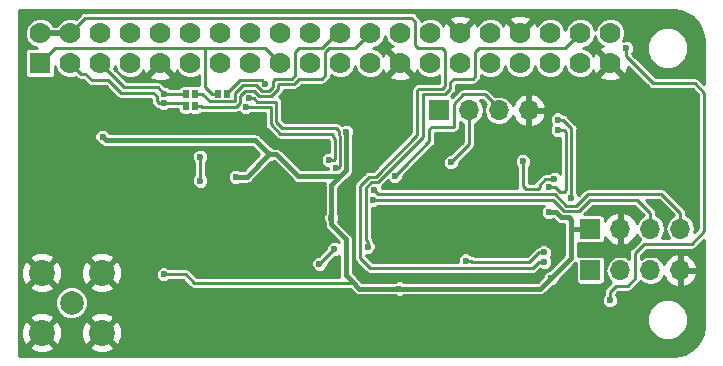
<source format=gbl>
G04 #@! TF.GenerationSoftware,KiCad,Pcbnew,5.0.0-rc2-unknown-fc71fc6~65~ubuntu16.04.1*
G04 #@! TF.CreationDate,2018-06-08T12:28:42+02:00*
G04 #@! TF.ProjectId,mmdvm_hs-hat,6D6D64766D5F68732D6861742E6B6963,1.7*
G04 #@! TF.SameCoordinates,Original*
G04 #@! TF.FileFunction,Copper,L2,Bot,Signal*
G04 #@! TF.FilePolarity,Positive*
%FSLAX46Y46*%
G04 Gerber Fmt 4.6, Leading zero omitted, Abs format (unit mm)*
G04 Created by KiCad (PCBNEW 5.0.0-rc2-unknown-fc71fc6~65~ubuntu16.04.1) date Fri Jun  8 12:28:42 2018*
%MOMM*%
%LPD*%
G01*
G04 APERTURE LIST*
G04 #@! TA.AperFunction,ComponentPad*
%ADD10O,1.700000X1.700000*%
G04 #@! TD*
G04 #@! TA.AperFunction,ComponentPad*
%ADD11R,1.700000X1.700000*%
G04 #@! TD*
G04 #@! TA.AperFunction,SMDPad,CuDef*
%ADD12R,0.575000X0.650000*%
G04 #@! TD*
G04 #@! TA.AperFunction,ComponentPad*
%ADD13C,2.000000*%
G04 #@! TD*
G04 #@! TA.AperFunction,ComponentPad*
%ADD14C,2.200000*%
G04 #@! TD*
G04 #@! TA.AperFunction,ComponentPad*
%ADD15R,1.778000X1.778000*%
G04 #@! TD*
G04 #@! TA.AperFunction,ComponentPad*
%ADD16C,1.778000*%
G04 #@! TD*
G04 #@! TA.AperFunction,ViaPad*
%ADD17C,0.600000*%
G04 #@! TD*
G04 #@! TA.AperFunction,Conductor*
%ADD18C,0.250000*%
G04 #@! TD*
G04 #@! TA.AperFunction,Conductor*
%ADD19C,0.500000*%
G04 #@! TD*
G04 #@! TA.AperFunction,Conductor*
%ADD20C,0.400000*%
G04 #@! TD*
G04 #@! TA.AperFunction,Conductor*
%ADD21C,0.254000*%
G04 #@! TD*
G04 APERTURE END LIST*
D10*
G04 #@! TO.P,P2,4*
G04 #@! TO.N,GND*
X218038680Y-128045720D03*
G04 #@! TO.P,P2,3*
G04 #@! TO.N,DISP_TXD*
X215498680Y-128045720D03*
G04 #@! TO.P,P2,2*
G04 #@! TO.N,DISP_RXD*
X212958680Y-128045720D03*
D11*
G04 #@! TO.P,P2,1*
G04 #@! TO.N,+5V*
X210418680Y-128045720D03*
G04 #@! TD*
D12*
G04 #@! TO.P,R20,1*
G04 #@! TO.N,+3V3*
X178912500Y-113100000D03*
G04 #@! TO.P,R20,2*
G04 #@! TO.N,Net-(PI1-Pad18)*
X179687500Y-113100000D03*
G04 #@! TD*
G04 #@! TO.P,R21,2*
G04 #@! TO.N,Net-(PI1-Pad22)*
X176947980Y-113100000D03*
G04 #@! TO.P,R21,1*
G04 #@! TO.N,SCL*
X176172980Y-113100000D03*
G04 #@! TD*
G04 #@! TO.P,R22,1*
G04 #@! TO.N,SDA*
X176172980Y-114157760D03*
G04 #@! TO.P,R22,2*
G04 #@! TO.N,Net-(PI1-Pad24)*
X176947980Y-114157760D03*
G04 #@! TD*
D11*
G04 #@! TO.P,P1,1*
G04 #@! TO.N,VDD*
X210418680Y-124543820D03*
D10*
G04 #@! TO.P,P1,2*
G04 #@! TO.N,GND*
X212958680Y-124543820D03*
G04 #@! TO.P,P1,3*
G04 #@! TO.N,SCL*
X215498680Y-124543820D03*
G04 #@! TO.P,P1,4*
G04 #@! TO.N,SDA*
X218038680Y-124543820D03*
G04 #@! TD*
D11*
G04 #@! TO.P,P4,1*
G04 #@! TO.N,VDD*
X197596760Y-114503200D03*
D10*
G04 #@! TO.P,P4,2*
G04 #@! TO.N,SWDIO*
X200136760Y-114503200D03*
G04 #@! TO.P,P4,3*
G04 #@! TO.N,SWCLK*
X202676760Y-114503200D03*
G04 #@! TO.P,P4,4*
G04 #@! TO.N,GND*
X205216760Y-114503200D03*
G04 #@! TD*
D13*
G04 #@! TO.P,P3,1*
G04 #@! TO.N,Net-(C27-Pad1)*
X166500000Y-130800000D03*
D14*
G04 #@! TO.P,P3,2*
G04 #@! TO.N,GND*
X169040000Y-133340000D03*
X169040000Y-128260000D03*
X163960000Y-128260000D03*
X163960000Y-133340000D03*
G04 #@! TD*
D15*
G04 #@! TO.P,PI1,1*
G04 #@! TO.N,+3V3*
X163830000Y-110507121D03*
D16*
G04 #@! TO.P,PI1,2*
G04 #@! TO.N,+5V*
X163830000Y-107967121D03*
G04 #@! TO.P,PI1,3*
G04 #@! TO.N,SDA*
X166370000Y-110507121D03*
G04 #@! TO.P,PI1,4*
G04 #@! TO.N,+5V*
X166370000Y-107967121D03*
G04 #@! TO.P,PI1,5*
G04 #@! TO.N,SCL*
X168910000Y-110507121D03*
G04 #@! TO.P,PI1,6*
G04 #@! TO.N,GND*
X168910000Y-107967121D03*
G04 #@! TO.P,PI1,7*
G04 #@! TO.N,Net-(PI1-Pad7)*
X171450000Y-110507121D03*
G04 #@! TO.P,PI1,8*
G04 #@! TO.N,RXD*
X171450000Y-107967121D03*
G04 #@! TO.P,PI1,9*
G04 #@! TO.N,GND*
X173990000Y-110507121D03*
G04 #@! TO.P,PI1,10*
G04 #@! TO.N,TXD*
X173990000Y-107967121D03*
G04 #@! TO.P,PI1,11*
G04 #@! TO.N,Net-(PI1-Pad11)*
X176530000Y-110507121D03*
G04 #@! TO.P,PI1,12*
G04 #@! TO.N,Net-(PI1-Pad12)*
X176530000Y-107967121D03*
G04 #@! TO.P,PI1,13*
G04 #@! TO.N,Net-(PI1-Pad13)*
X179070000Y-110507121D03*
G04 #@! TO.P,PI1,14*
G04 #@! TO.N,GND*
X179070000Y-107967121D03*
G04 #@! TO.P,PI1,15*
G04 #@! TO.N,Net-(PI1-Pad15)*
X181610000Y-110507121D03*
G04 #@! TO.P,PI1,16*
G04 #@! TO.N,Net-(PI1-Pad16)*
X181610000Y-107967121D03*
G04 #@! TO.P,PI1,17*
G04 #@! TO.N,+3V3*
X184150000Y-110507121D03*
G04 #@! TO.P,PI1,18*
G04 #@! TO.N,Net-(PI1-Pad18)*
X184150000Y-107967121D03*
G04 #@! TO.P,PI1,19*
G04 #@! TO.N,Net-(PI1-Pad19)*
X186690000Y-110507121D03*
G04 #@! TO.P,PI1,20*
G04 #@! TO.N,GND*
X186690000Y-107967121D03*
G04 #@! TO.P,PI1,21*
G04 #@! TO.N,Net-(PI1-Pad21)*
X189230000Y-110507121D03*
G04 #@! TO.P,PI1,22*
G04 #@! TO.N,Net-(PI1-Pad22)*
X189230000Y-107967121D03*
G04 #@! TO.P,PI1,23*
G04 #@! TO.N,Net-(PI1-Pad23)*
X191770000Y-110507121D03*
G04 #@! TO.P,PI1,24*
G04 #@! TO.N,Net-(PI1-Pad24)*
X191770000Y-107967121D03*
G04 #@! TO.P,PI1,25*
G04 #@! TO.N,GND*
X194310000Y-110507121D03*
G04 #@! TO.P,PI1,26*
G04 #@! TO.N,Net-(PI1-Pad26)*
X194310000Y-107967121D03*
G04 #@! TO.P,PI1,27*
G04 #@! TO.N,Net-(PI1-Pad27)*
X196850000Y-110507121D03*
G04 #@! TO.P,PI1,28*
G04 #@! TO.N,Net-(PI1-Pad28)*
X196850000Y-107967121D03*
G04 #@! TO.P,PI1,29*
G04 #@! TO.N,Net-(PI1-Pad29)*
X199390000Y-110507121D03*
G04 #@! TO.P,PI1,30*
G04 #@! TO.N,GND*
X199390000Y-107967121D03*
G04 #@! TO.P,PI1,31*
G04 #@! TO.N,Net-(PI1-Pad31)*
X201930000Y-110507121D03*
G04 #@! TO.P,PI1,32*
G04 #@! TO.N,Net-(PI1-Pad32)*
X201930000Y-107967121D03*
G04 #@! TO.P,PI1,33*
G04 #@! TO.N,Net-(PI1-Pad33)*
X204470000Y-110507121D03*
G04 #@! TO.P,PI1,34*
G04 #@! TO.N,GND*
X204470000Y-107967121D03*
G04 #@! TO.P,PI1,35*
G04 #@! TO.N,Net-(PI1-Pad35)*
X207010000Y-110507121D03*
G04 #@! TO.P,PI1,36*
G04 #@! TO.N,Net-(PI1-Pad36)*
X207010000Y-107967121D03*
G04 #@! TO.P,PI1,37*
G04 #@! TO.N,Net-(PI1-Pad37)*
X209550000Y-110507121D03*
G04 #@! TO.P,PI1,38*
G04 #@! TO.N,Net-(PI1-Pad38)*
X209550000Y-107967121D03*
G04 #@! TO.P,PI1,39*
G04 #@! TO.N,GND*
X212090000Y-110507121D03*
G04 #@! TO.P,PI1,40*
G04 #@! TO.N,NRST*
X212090000Y-107967121D03*
G04 #@! TD*
D17*
G04 #@! TO.N,GND*
X162273560Y-112500000D03*
X162273560Y-114500000D03*
X162273560Y-116500000D03*
X162273560Y-118500000D03*
X162273560Y-120500000D03*
X162273560Y-122500000D03*
X166000000Y-122500000D03*
X168750000Y-122500000D03*
X171050000Y-122500000D03*
X165270180Y-126535180D03*
X164531040Y-124706380D03*
X165531800Y-124630180D03*
X165463220Y-125585220D03*
X167431720Y-124630180D03*
X171142660Y-124632720D03*
X170794680Y-130800000D03*
X171250000Y-134750000D03*
X175849280Y-127650240D03*
X175046640Y-122285760D03*
X181000000Y-130000000D03*
X184602120Y-129946400D03*
X188747400Y-127678180D03*
X191500760Y-128701800D03*
X195498720Y-128701800D03*
X194995800Y-131650740D03*
X194993260Y-135008620D03*
X197500000Y-123000000D03*
X202500000Y-123000000D03*
X197505320Y-126997460D03*
X202493880Y-126504700D03*
X204750000Y-135000000D03*
X209405220Y-130797300D03*
X213750000Y-134750000D03*
X167600000Y-113000000D03*
X174584360Y-115417600D03*
X177250000Y-116250000D03*
X187655200Y-113601500D03*
X193827400Y-117195600D03*
X198114920Y-117769640D03*
X201381360Y-117124480D03*
X207106520Y-112664240D03*
X218744800Y-115417600D03*
X179000000Y-123000000D03*
X180200000Y-123000000D03*
X181400000Y-123000000D03*
X182600000Y-123000000D03*
X179000000Y-124200000D03*
X180200000Y-124200000D03*
X181400000Y-124200000D03*
X182600000Y-124200000D03*
X179000000Y-125400000D03*
X180200000Y-125400000D03*
X181400000Y-125400000D03*
X182600000Y-125400000D03*
X179000000Y-126600000D03*
X180200000Y-126600000D03*
X181400000Y-126600000D03*
X182600000Y-126600000D03*
X185250000Y-118250000D03*
X184500000Y-120250000D03*
X195841620Y-120462040D03*
X191858900Y-118960900D03*
X206380080Y-130810000D03*
X187855860Y-124848620D03*
X218744800Y-118417600D03*
X218744800Y-121417600D03*
X219616020Y-111361220D03*
X214889080Y-106500000D03*
X203139040Y-112374680D03*
X189602120Y-129946400D03*
X174147480Y-124383800D03*
X206009240Y-123550680D03*
X216242900Y-122715020D03*
X207606900Y-125450600D03*
X211767420Y-123014740D03*
X216791540Y-129509520D03*
X199918320Y-124696220D03*
X162257740Y-130800000D03*
X162273560Y-134500000D03*
X162273560Y-110500000D03*
X162273560Y-108500000D03*
X162273560Y-106500000D03*
X166502080Y-134498080D03*
X167751760Y-126512320D03*
X164005260Y-125549660D03*
X170050460Y-124655580D03*
X167573960Y-125547120D03*
X164045900Y-122364500D03*
X175364140Y-111762540D03*
X172570140Y-111762540D03*
X171145200Y-126187200D03*
X190721240Y-114406680D03*
X193721240Y-114406680D03*
X172963840Y-118214140D03*
X162272980Y-123410980D03*
X165102540Y-106500000D03*
X200665080Y-106500000D03*
X198125080Y-106500000D03*
X203202540Y-106500000D03*
X205750160Y-106500000D03*
X213677500Y-111363760D03*
X210794600Y-111630460D03*
X219008960Y-107284520D03*
X215986360Y-111363760D03*
X214838280Y-112598200D03*
X217926920Y-112956340D03*
X216796620Y-126667260D03*
X219616020Y-126664720D03*
X219616020Y-129514600D03*
X218861640Y-134526020D03*
G04 #@! TO.N,NRST*
X212077300Y-130594100D03*
X213466680Y-109235240D03*
G04 #@! TO.N,DMR_LED*
X204700000Y-118825000D03*
X207373711Y-120342404D03*
G04 #@! TO.N,SWDIO*
X198602600Y-118922800D03*
G04 #@! TO.N,SDATA*
X188750000Y-126238000D03*
X187490100Y-127498000D03*
G04 #@! TO.N,Net-(C12-Pad1)*
X177391060Y-120469660D03*
X177385980Y-118450000D03*
G04 #@! TO.N,SWCLK*
X193878200Y-120053100D03*
G04 #@! TO.N,+5V*
X206496920Y-127335280D03*
G04 #@! TO.N,SERVICE*
X199877680Y-127228600D03*
X206492596Y-126535289D03*
G04 #@! TO.N,SCL*
X192024000Y-122072400D03*
X188925200Y-119380000D03*
X174340520Y-113101120D03*
X181530010Y-113472701D03*
G04 #@! TO.N,SDA*
X192125600Y-121259600D03*
X188300200Y-118719600D03*
X174308027Y-113900461D03*
X181261723Y-114230255D03*
G04 #@! TO.N,Net-(PI1-Pad38)*
X191566800Y-126060200D03*
G04 #@! TO.N,VDD*
X169123360Y-116738400D03*
X188500000Y-123621800D03*
X189750000Y-116350000D03*
X174300000Y-128400000D03*
X180400000Y-120150000D03*
X207660240Y-116175000D03*
X206887808Y-123121692D03*
X206893160Y-120990200D03*
X183222900Y-118250000D03*
X207098200Y-128701800D03*
X194264280Y-129597381D03*
G04 #@! TO.N,NXDN_LED*
X207650000Y-115290600D03*
X208825000Y-121974998D03*
G04 #@! TO.N,Net-(PI1-Pad18)*
X182890160Y-112247680D03*
G04 #@! TD*
D18*
G04 #@! TO.N,GND*
X205790800Y-114655600D02*
X205638400Y-114503200D01*
G04 #@! TO.N,+3V3*
X163830659Y-110507121D02*
X163830000Y-110507121D01*
X165100000Y-109235240D02*
X165100000Y-109237780D01*
X165100000Y-109237780D02*
X163830659Y-110507121D01*
X184150000Y-110507121D02*
X182878119Y-109235240D01*
X177810160Y-112535160D02*
X177810160Y-109235240D01*
X178375000Y-113100000D02*
X177810160Y-112535160D01*
X178912500Y-113100000D02*
X178375000Y-113100000D01*
X177810160Y-109235240D02*
X165100000Y-109235240D01*
X182878119Y-109235240D02*
X177810160Y-109235240D01*
G04 #@! TO.N,NRST*
X212077300Y-129877820D02*
X212077300Y-130594100D01*
X212595460Y-129359660D02*
X212077300Y-129877820D01*
X213573360Y-129359660D02*
X212595460Y-129359660D01*
X219285820Y-112237520D02*
X220073220Y-113024920D01*
X215752680Y-112237520D02*
X219285820Y-112237520D01*
X213466680Y-109235240D02*
X213466680Y-109951520D01*
X213466680Y-109951520D02*
X215752680Y-112237520D01*
X220073220Y-113024920D02*
X220073220Y-124708920D01*
X218988640Y-125793500D02*
X214990680Y-125793500D01*
X214990680Y-125793500D02*
X214231220Y-126552960D01*
X220073220Y-124708920D02*
X218988640Y-125793500D01*
X214231220Y-126552960D02*
X214231220Y-128701800D01*
X214231220Y-128701800D02*
X213573360Y-129359660D01*
G04 #@! TO.N,DMR_LED*
X206615954Y-120342404D02*
X206138780Y-120819578D01*
X207373711Y-120342404D02*
X206615954Y-120342404D01*
X206138780Y-120819578D02*
X206138780Y-121010680D01*
X206138780Y-121010680D02*
X205999080Y-121150380D01*
X205999080Y-121150380D02*
X204970380Y-121150380D01*
X204700000Y-120880000D02*
X204700000Y-118825000D01*
X204970380Y-121150380D02*
X204700000Y-120880000D01*
G04 #@! TO.N,SWDIO*
X200136760Y-117388640D02*
X198602600Y-118922800D01*
X200136760Y-114503200D02*
X200136760Y-117388640D01*
G04 #@! TO.N,SDATA*
X188750000Y-126238100D02*
X187490100Y-127498000D01*
X188750000Y-126238000D02*
X188750000Y-126238100D01*
G04 #@! TO.N,Net-(C12-Pad1)*
X177391060Y-118455080D02*
X177385980Y-118450000D01*
X177391060Y-120469660D02*
X177391060Y-118455080D01*
G04 #@! TO.N,SWCLK*
X198869300Y-113937312D02*
X198869300Y-115900200D01*
X202676760Y-114503200D02*
X202676760Y-114350800D01*
X202676760Y-114350800D02*
X201488150Y-113162190D01*
X201488150Y-113162190D02*
X199644422Y-113162190D01*
X199644422Y-113162190D02*
X198869300Y-113937312D01*
X194627500Y-119303800D02*
X196799200Y-117132100D01*
X196799200Y-117132100D02*
X196799200Y-116090700D01*
X196989700Y-115900200D02*
X198869300Y-115900200D01*
X196799200Y-116090700D02*
X196989700Y-115900200D01*
X194627500Y-119303800D02*
X193878200Y-120053100D01*
D19*
G04 #@! TO.N,+5V*
X163830000Y-107967121D02*
X166370000Y-107967121D01*
D18*
X205554335Y-127853601D02*
X203735940Y-127853601D01*
X206496920Y-127335280D02*
X206072656Y-127335280D01*
X206072656Y-127335280D02*
X205554335Y-127853601D01*
X204000000Y-127853601D02*
X203735940Y-127853601D01*
X167672361Y-106664760D02*
X166370000Y-107967121D01*
X195265040Y-106664760D02*
X167672361Y-106664760D01*
X195587620Y-106987340D02*
X195265040Y-106664760D01*
X195587620Y-108993940D02*
X195587620Y-106987340D01*
X195831460Y-109237780D02*
X195587620Y-108993940D01*
X197871080Y-109237780D02*
X195831460Y-109237780D01*
X198122540Y-112494060D02*
X198122540Y-109489240D01*
X190941799Y-120881989D02*
X191702108Y-120121680D01*
X195874640Y-112712500D02*
X197904100Y-112712500D01*
X198122540Y-109489240D02*
X197871080Y-109237780D01*
X190941799Y-127022699D02*
X190941799Y-120881989D01*
X191772701Y-127853601D02*
X190941799Y-127022699D01*
X192239900Y-120121680D02*
X195775580Y-116586000D01*
X191702108Y-120121680D02*
X192239900Y-120121680D01*
X195775580Y-112811560D02*
X195874640Y-112712500D01*
X195775580Y-116586000D02*
X195775580Y-112811560D01*
X203735940Y-127853601D02*
X191772701Y-127853601D01*
X197904100Y-112712500D02*
X198122540Y-112494060D01*
G04 #@! TO.N,SERVICE*
X200301944Y-127228600D02*
X200434185Y-127360841D01*
X199877680Y-127228600D02*
X200301944Y-127228600D01*
X200434185Y-127360841D02*
X205242780Y-127360841D01*
X206068332Y-126535289D02*
X206492596Y-126535289D01*
X205242780Y-127360841D02*
X206068332Y-126535289D01*
G04 #@! TO.N,SCL*
X193395600Y-122072400D02*
X192024000Y-122072400D01*
X207232110Y-122072400D02*
X193395600Y-122072400D01*
X208210439Y-123050729D02*
X207232110Y-122072400D01*
X209436681Y-123050729D02*
X208210439Y-123050729D01*
X215500000Y-123216519D02*
X214351231Y-122067750D01*
X214351231Y-122067750D02*
X210419660Y-122067750D01*
X210419660Y-122067750D02*
X209436681Y-123050729D01*
X215498680Y-123217839D02*
X215500000Y-123216519D01*
X215498680Y-124543820D02*
X215498680Y-123217839D01*
X168910000Y-110507121D02*
X170975679Y-112572800D01*
X173812200Y-112572800D02*
X174340520Y-113101120D01*
X170975679Y-112572800D02*
X173812200Y-112572800D01*
X176171860Y-113101120D02*
X176172980Y-113100000D01*
X174340520Y-113101120D02*
X176171860Y-113101120D01*
X181914131Y-113472701D02*
X181530010Y-113472701D01*
X181914131Y-113486531D02*
X181914131Y-113472701D01*
X182200299Y-113772699D02*
X181914131Y-113486531D01*
X183823360Y-113772700D02*
X182200299Y-113772699D01*
X189124999Y-116615619D02*
X189124999Y-116252399D01*
X189224990Y-116715610D02*
X189124999Y-116615619D01*
X189042040Y-119380000D02*
X189224990Y-119197050D01*
X184327800Y-116039900D02*
X183824880Y-115536980D01*
X189124999Y-116252399D02*
X188912500Y-116039900D01*
X189224990Y-119197050D02*
X189224990Y-116715610D01*
X183824880Y-115536980D02*
X183824880Y-113774220D01*
X188912500Y-116039900D02*
X184327800Y-116039900D01*
X188925200Y-119380000D02*
X189042040Y-119380000D01*
X183824880Y-113774220D02*
X183823360Y-113772700D01*
G04 #@! TO.N,SDA*
X193192400Y-121615200D02*
X193150000Y-121615200D01*
X193150000Y-121615200D02*
X192481200Y-121615200D01*
X192481200Y-121615200D02*
X192125600Y-121259600D01*
X207411320Y-121615200D02*
X208396119Y-122599999D01*
X193150000Y-121615200D02*
X207411320Y-121615200D01*
X218040000Y-123216519D02*
X216441221Y-121617740D01*
X216441221Y-121617740D02*
X210233260Y-121617740D01*
X210233260Y-121617740D02*
X209250280Y-122600720D01*
X209249559Y-122599999D02*
X208396119Y-122599999D01*
X209250280Y-122600720D02*
X209249559Y-122599999D01*
X218040000Y-123340419D02*
X218040000Y-123216519D01*
X218038680Y-123341739D02*
X218040000Y-123340419D01*
X218038680Y-124543820D02*
X218038680Y-123341739D01*
X167258999Y-111396120D02*
X166370000Y-110507121D01*
X169616120Y-111983520D02*
X168244520Y-111983520D01*
X170655410Y-113022810D02*
X169616120Y-111983520D01*
X167657120Y-111396120D02*
X167258999Y-111396120D01*
X168244520Y-111983520D02*
X167657120Y-111396120D01*
X173418930Y-113022810D02*
X170655410Y-113022810D01*
X174308027Y-113900461D02*
X173883763Y-113900461D01*
X173715519Y-113319399D02*
X173418930Y-113022810D01*
X173883763Y-113900461D02*
X173715519Y-113732217D01*
X173715519Y-113732217D02*
X173715519Y-113319399D01*
X175915681Y-113900461D02*
X176172980Y-114157760D01*
X174308027Y-113900461D02*
X175915681Y-113900461D01*
X181280668Y-114249200D02*
X181261723Y-114230255D01*
X183347360Y-114249200D02*
X181280668Y-114249200D01*
X188724464Y-118719600D02*
X188774980Y-118669084D01*
X188774980Y-116905680D02*
X188674989Y-116805689D01*
X183347360Y-115702080D02*
X183347360Y-114249200D01*
X188300200Y-118719600D02*
X188724464Y-118719600D01*
X188537010Y-116489910D02*
X184135189Y-116489909D01*
X188674989Y-116805689D02*
X188674989Y-116627889D01*
X188674989Y-116627889D02*
X188537010Y-116489910D01*
X188774980Y-118669084D02*
X188774980Y-116905680D01*
X184135189Y-116489909D02*
X183347360Y-115702080D01*
G04 #@! TO.N,Net-(PI1-Pad38)*
X191566800Y-125635936D02*
X191566800Y-126060200D01*
X191398999Y-121061199D02*
X191398999Y-125468135D01*
X192455800Y-120573800D02*
X191886398Y-120573800D01*
X196227700Y-116778598D02*
X192455800Y-120550498D01*
X191886398Y-120573800D02*
X191398999Y-121061199D01*
X200972420Y-109247940D02*
X200662540Y-109557820D01*
X191398999Y-125468135D02*
X191566800Y-125635936D01*
X208269181Y-109247940D02*
X200972420Y-109247940D01*
X209550000Y-107967121D02*
X208269181Y-109247940D01*
X200662540Y-109557820D02*
X200662540Y-111630460D01*
X196227700Y-113169700D02*
X196227700Y-116778598D01*
X200662540Y-111630460D02*
X200459340Y-111833660D01*
X198869300Y-111833660D02*
X198572550Y-112130410D01*
X192455800Y-120550498D02*
X192455800Y-120573800D01*
X198572550Y-112130410D02*
X198572550Y-112680460D01*
X198572550Y-112680460D02*
X198083310Y-113169700D01*
X200459340Y-111833660D02*
X198869300Y-111833660D01*
X198083310Y-113169700D02*
X196227700Y-113169700D01*
D20*
G04 #@! TO.N,VDD*
X189724981Y-128474981D02*
X190250000Y-129000000D01*
D18*
X176150000Y-128400000D02*
X176874999Y-129124999D01*
X176874999Y-129124999D02*
X190125001Y-129124999D01*
X190125001Y-129124999D02*
X190250000Y-129000000D01*
X174300000Y-128400000D02*
X176150000Y-128400000D01*
D20*
X188500000Y-124174264D02*
X189724981Y-125399245D01*
X189724981Y-125399245D02*
X189724981Y-128474981D01*
X188500000Y-123750000D02*
X188500000Y-124174264D01*
X190847381Y-129597381D02*
X190250000Y-129000000D01*
X194264280Y-129597381D02*
X190847381Y-129597381D01*
X206202619Y-129597381D02*
X194264280Y-129597381D01*
D18*
X208168720Y-116175000D02*
X207660240Y-116175000D01*
X208361280Y-116367560D02*
X208168720Y-116175000D01*
X208361280Y-121292620D02*
X208361280Y-116367560D01*
X206893160Y-120990200D02*
X207422730Y-120990200D01*
X207875010Y-121442480D02*
X208211420Y-121442480D01*
X207422730Y-120990200D02*
X207875010Y-121442480D01*
X208211420Y-121442480D02*
X208361280Y-121292620D01*
D20*
X206202619Y-129597381D02*
X207098200Y-128701800D01*
X182922901Y-117950001D02*
X183222900Y-118250000D01*
X182011299Y-117038399D02*
X182922901Y-117950001D01*
X169423359Y-117038399D02*
X182011299Y-117038399D01*
X169123360Y-116738400D02*
X169423359Y-117038399D01*
X181322900Y-120150000D02*
X183222900Y-118250000D01*
X180400000Y-120150000D02*
X181322900Y-120150000D01*
X207098200Y-128701800D02*
X208793080Y-127006920D01*
X208793080Y-123764040D02*
X208604779Y-123575739D01*
X208604779Y-123575739D02*
X207941839Y-123575739D01*
X207941839Y-123575739D02*
X207482440Y-123116340D01*
X207477088Y-123121692D02*
X206887808Y-123121692D01*
X207482440Y-123116340D02*
X207477088Y-123121692D01*
X208798160Y-124543820D02*
X210418680Y-124543820D01*
X208793080Y-124538740D02*
X208798160Y-124543820D01*
X208793080Y-127006920D02*
X208793080Y-124538740D01*
X208793080Y-124538740D02*
X208793080Y-123764040D01*
X189750000Y-119591202D02*
X189750000Y-116350000D01*
X188500000Y-123621800D02*
X188500000Y-120841202D01*
X189261201Y-120080001D02*
X189262702Y-120078500D01*
X185680001Y-120080001D02*
X189261201Y-120080001D01*
X188500000Y-120841202D02*
X189262702Y-120078500D01*
X183222900Y-118250000D02*
X183850000Y-118250000D01*
X189262702Y-120078500D02*
X189750000Y-119591202D01*
X183850000Y-118250000D02*
X185680001Y-120080001D01*
D18*
G04 #@! TO.N,NXDN_LED*
X208074264Y-115290600D02*
X207650000Y-115290600D01*
X208825000Y-116041336D02*
X208074264Y-115290600D01*
X208825000Y-121974998D02*
X208825000Y-116041336D01*
G04 #@! TO.N,Net-(PI1-Pad18)*
X179687500Y-113062500D02*
X179687500Y-113100000D01*
X180802319Y-111947681D02*
X179687500Y-113062500D01*
X182590161Y-111947681D02*
X180802319Y-111947681D01*
X182890160Y-112247680D02*
X182590161Y-111947681D01*
G04 #@! TO.N,Net-(PI1-Pad22)*
X178225361Y-113750001D02*
X177575360Y-113100000D01*
X182115169Y-112397691D02*
X180988719Y-112397691D01*
X177575360Y-113100000D02*
X176947980Y-113100000D01*
X180235001Y-113750001D02*
X178225361Y-113750001D01*
X182590159Y-112872681D02*
X182115169Y-112397691D01*
X183190161Y-112872681D02*
X182590159Y-112872681D01*
X180988719Y-112397691D02*
X180300001Y-113086409D01*
X185750200Y-109232700D02*
X185420000Y-109562900D01*
X187666490Y-109232700D02*
X185750200Y-109232700D01*
X188932069Y-107967121D02*
X187666490Y-109232700D01*
X185420000Y-111559340D02*
X185155840Y-111823500D01*
X180300001Y-113086409D02*
X180300001Y-113685001D01*
X183515161Y-112547681D02*
X183190161Y-112872681D01*
X185420000Y-109562900D02*
X185420000Y-111559340D01*
X180300001Y-113685001D02*
X180235001Y-113750001D01*
X189230000Y-107967121D02*
X188932069Y-107967121D01*
X185155840Y-111823500D02*
X183702960Y-111823500D01*
X183702960Y-111823500D02*
X183515161Y-112011299D01*
X183515161Y-112011299D02*
X183515161Y-112547681D01*
G04 #@! TO.N,Net-(PI1-Pad24)*
X177485480Y-114157760D02*
X176947980Y-114157760D01*
X180750010Y-113871402D02*
X180421401Y-114200011D01*
X180750011Y-113272809D02*
X180750010Y-113871402D01*
X181925541Y-112847701D02*
X181175119Y-112847701D01*
X182400530Y-113322690D02*
X181925541Y-112847701D01*
X180421401Y-114200011D02*
X177527731Y-114200011D01*
X183376562Y-113322690D02*
X182400530Y-113322690D01*
X183965170Y-112734082D02*
X183376562Y-113322690D01*
X187698380Y-111820960D02*
X185794790Y-111820960D01*
X184080990Y-112273510D02*
X183965171Y-112389329D01*
X177527731Y-114200011D02*
X177485480Y-114157760D01*
X187960000Y-111559340D02*
X187698380Y-111820960D01*
X190500000Y-109237121D02*
X188298479Y-109237121D01*
X188298479Y-109237121D02*
X187960000Y-109575600D01*
X191770000Y-107967121D02*
X190500000Y-109237121D01*
X187960000Y-109575600D02*
X187960000Y-111559340D01*
X185794790Y-111820960D02*
X185342240Y-112273510D01*
X181175119Y-112847701D02*
X180750011Y-113272809D01*
X185342240Y-112273510D02*
X184080990Y-112273510D01*
X183965171Y-112389329D02*
X183965170Y-112734082D01*
G04 #@! TD*
D21*
G04 #@! TO.N,GND*
G36*
X218084535Y-106127238D02*
X218637717Y-106328034D01*
X219129869Y-106650704D01*
X219534589Y-107077936D01*
X219830169Y-107586817D01*
X220002563Y-108156015D01*
X220044000Y-108620311D01*
X220044000Y-112280109D01*
X219678858Y-111914967D01*
X219650626Y-111872714D01*
X219483251Y-111760879D01*
X219335655Y-111731520D01*
X219335654Y-111731520D01*
X219285820Y-111721607D01*
X219235986Y-111731520D01*
X215962272Y-111731520D01*
X213972680Y-109741929D01*
X213972680Y-109692320D01*
X214044004Y-109620996D01*
X214147680Y-109370699D01*
X214147680Y-109099781D01*
X214059959Y-108888002D01*
X215204040Y-108888002D01*
X215204040Y-109586240D01*
X215471244Y-110231328D01*
X215964973Y-110725057D01*
X216610061Y-110992261D01*
X217308299Y-110992261D01*
X217953387Y-110725057D01*
X218447116Y-110231328D01*
X218714320Y-109586240D01*
X218714320Y-108888002D01*
X218447116Y-108242914D01*
X217953387Y-107749185D01*
X217308299Y-107481981D01*
X216610061Y-107481981D01*
X215964973Y-107749185D01*
X215471244Y-108242914D01*
X215204040Y-108888002D01*
X214059959Y-108888002D01*
X214044004Y-108849484D01*
X213852436Y-108657916D01*
X213602139Y-108554240D01*
X213331221Y-108554240D01*
X213198710Y-108609128D01*
X213360000Y-108219740D01*
X213360000Y-107714502D01*
X213166654Y-107247724D01*
X212809397Y-106890467D01*
X212342619Y-106697121D01*
X211837381Y-106697121D01*
X211370603Y-106890467D01*
X211013346Y-107247724D01*
X210820000Y-107714502D01*
X210626654Y-107247724D01*
X210269397Y-106890467D01*
X209802619Y-106697121D01*
X209297381Y-106697121D01*
X208830603Y-106890467D01*
X208473346Y-107247724D01*
X208280000Y-107714502D01*
X208086654Y-107247724D01*
X207729397Y-106890467D01*
X207262619Y-106697121D01*
X206757381Y-106697121D01*
X206290603Y-106890467D01*
X205933346Y-107247724D01*
X205883696Y-107367590D01*
X205797539Y-107159588D01*
X205542196Y-107074530D01*
X204649605Y-107967121D01*
X204663748Y-107981264D01*
X204484143Y-108160869D01*
X204470000Y-108146726D01*
X204455858Y-108160869D01*
X204276253Y-107981264D01*
X204290395Y-107967121D01*
X203397804Y-107074530D01*
X203142461Y-107159588D01*
X203061723Y-107380672D01*
X203006654Y-107247724D01*
X202653855Y-106894925D01*
X203577409Y-106894925D01*
X204470000Y-107787516D01*
X205362591Y-106894925D01*
X205277533Y-106639582D01*
X204708035Y-106431605D01*
X204102300Y-106457398D01*
X203662467Y-106639582D01*
X203577409Y-106894925D01*
X202653855Y-106894925D01*
X202649397Y-106890467D01*
X202182619Y-106697121D01*
X201677381Y-106697121D01*
X201210603Y-106890467D01*
X200853346Y-107247724D01*
X200803696Y-107367590D01*
X200717539Y-107159588D01*
X200462196Y-107074530D01*
X199569605Y-107967121D01*
X199583748Y-107981264D01*
X199404143Y-108160869D01*
X199390000Y-108146726D01*
X199375858Y-108160869D01*
X199196253Y-107981264D01*
X199210395Y-107967121D01*
X198317804Y-107074530D01*
X198062461Y-107159588D01*
X197981723Y-107380672D01*
X197926654Y-107247724D01*
X197573855Y-106894925D01*
X198497409Y-106894925D01*
X199390000Y-107787516D01*
X200282591Y-106894925D01*
X200197533Y-106639582D01*
X199628035Y-106431605D01*
X199022300Y-106457398D01*
X198582467Y-106639582D01*
X198497409Y-106894925D01*
X197573855Y-106894925D01*
X197569397Y-106890467D01*
X197102619Y-106697121D01*
X196597381Y-106697121D01*
X196130603Y-106890467D01*
X196091952Y-106929118D01*
X196064261Y-106789909D01*
X195952426Y-106622534D01*
X195910175Y-106594303D01*
X195658078Y-106342207D01*
X195629846Y-106299954D01*
X195462471Y-106188119D01*
X195314875Y-106158760D01*
X195314874Y-106158760D01*
X195265040Y-106148847D01*
X195215206Y-106158760D01*
X167722196Y-106158760D01*
X167672361Y-106148847D01*
X167537278Y-106175717D01*
X167474930Y-106188119D01*
X167307555Y-106299954D01*
X167279324Y-106342205D01*
X166836016Y-106785513D01*
X166622619Y-106697121D01*
X166117381Y-106697121D01*
X165650603Y-106890467D01*
X165293346Y-107247724D01*
X165256731Y-107336121D01*
X164943269Y-107336121D01*
X164906654Y-107247724D01*
X164549397Y-106890467D01*
X164082619Y-106697121D01*
X163577381Y-106697121D01*
X163110603Y-106890467D01*
X162753346Y-107247724D01*
X162560000Y-107714502D01*
X162560000Y-108219740D01*
X162753346Y-108686518D01*
X163110603Y-109043775D01*
X163559361Y-109229657D01*
X162941000Y-109229657D01*
X162792341Y-109259227D01*
X162666314Y-109343435D01*
X162582106Y-109469462D01*
X162552536Y-109618121D01*
X162552536Y-111396121D01*
X162582106Y-111544780D01*
X162666314Y-111670807D01*
X162792341Y-111755015D01*
X162941000Y-111784585D01*
X164719000Y-111784585D01*
X164867659Y-111755015D01*
X164993686Y-111670807D01*
X165077894Y-111544780D01*
X165107464Y-111396121D01*
X165107464Y-110777760D01*
X165293346Y-111226518D01*
X165650603Y-111583775D01*
X166117381Y-111777121D01*
X166622619Y-111777121D01*
X166836016Y-111688729D01*
X166865962Y-111718675D01*
X166894193Y-111760926D01*
X167061568Y-111872761D01*
X167209164Y-111902120D01*
X167258998Y-111912033D01*
X167308832Y-111902120D01*
X167447529Y-111902120D01*
X167851483Y-112306075D01*
X167879714Y-112348326D01*
X168047089Y-112460161D01*
X168194685Y-112489520D01*
X168244519Y-112499433D01*
X168294353Y-112489520D01*
X169406529Y-112489520D01*
X170262373Y-113345365D01*
X170290604Y-113387616D01*
X170457979Y-113499451D01*
X170605575Y-113528810D01*
X170655409Y-113538723D01*
X170705243Y-113528810D01*
X173209339Y-113528810D01*
X173209519Y-113528990D01*
X173209519Y-113682383D01*
X173199606Y-113732217D01*
X173209519Y-113782051D01*
X173238878Y-113929647D01*
X173350713Y-114097023D01*
X173392967Y-114125256D01*
X173490724Y-114223013D01*
X173518957Y-114265267D01*
X173686332Y-114377102D01*
X173833928Y-114406461D01*
X173833929Y-114406461D01*
X173855173Y-114410687D01*
X173922271Y-114477785D01*
X174172568Y-114581461D01*
X174443486Y-114581461D01*
X174693783Y-114477785D01*
X174765107Y-114406461D01*
X175497016Y-114406461D01*
X175497016Y-114482760D01*
X175526586Y-114631419D01*
X175610794Y-114757446D01*
X175736821Y-114841654D01*
X175885480Y-114871224D01*
X176460480Y-114871224D01*
X176560480Y-114851333D01*
X176660480Y-114871224D01*
X177235480Y-114871224D01*
X177384139Y-114841654D01*
X177510166Y-114757446D01*
X177539470Y-114713589D01*
X177577565Y-114706011D01*
X180371567Y-114706011D01*
X180421401Y-114715924D01*
X180471235Y-114706011D01*
X180471236Y-114706011D01*
X180618832Y-114676652D01*
X180694489Y-114626101D01*
X180875967Y-114807579D01*
X181126264Y-114911255D01*
X181397182Y-114911255D01*
X181647479Y-114807579D01*
X181699858Y-114755200D01*
X182841361Y-114755200D01*
X182841360Y-115652246D01*
X182831447Y-115702080D01*
X182841360Y-115751914D01*
X182870719Y-115899510D01*
X182982554Y-116066886D01*
X183024807Y-116095118D01*
X183742154Y-116812466D01*
X183770383Y-116854714D01*
X183812631Y-116882943D01*
X183937757Y-116966549D01*
X184135188Y-117005822D01*
X184185027Y-116995908D01*
X188196914Y-116995910D01*
X188198348Y-117003119D01*
X188268981Y-117108831D01*
X188268980Y-118038600D01*
X188164741Y-118038600D01*
X187914444Y-118142276D01*
X187722876Y-118333844D01*
X187619200Y-118584141D01*
X187619200Y-118855059D01*
X187722876Y-119105356D01*
X187914444Y-119296924D01*
X188164741Y-119400600D01*
X188244200Y-119400600D01*
X188244200Y-119499001D01*
X185920659Y-119499001D01*
X184301291Y-117879634D01*
X184268877Y-117831123D01*
X184076695Y-117702710D01*
X183907222Y-117669000D01*
X183907218Y-117669000D01*
X183850000Y-117657619D01*
X183792782Y-117669000D01*
X183599781Y-117669000D01*
X183367234Y-117572676D01*
X182462590Y-116668033D01*
X182430176Y-116619522D01*
X182237994Y-116491109D01*
X182068521Y-116457399D01*
X182068517Y-116457399D01*
X182011299Y-116446018D01*
X181954081Y-116457399D01*
X169744075Y-116457399D01*
X169700684Y-116352644D01*
X169509116Y-116161076D01*
X169258819Y-116057400D01*
X168987901Y-116057400D01*
X168737604Y-116161076D01*
X168546036Y-116352644D01*
X168442360Y-116602941D01*
X168442360Y-116873859D01*
X168546036Y-117124156D01*
X168737604Y-117315724D01*
X168975834Y-117414402D01*
X169004482Y-117457276D01*
X169196664Y-117585689D01*
X169366137Y-117619399D01*
X169366141Y-117619399D01*
X169423359Y-117630780D01*
X169480577Y-117619399D01*
X181770642Y-117619399D01*
X182401242Y-118250000D01*
X181082243Y-119569000D01*
X180776881Y-119569000D01*
X180535459Y-119469000D01*
X180264541Y-119469000D01*
X180014244Y-119572676D01*
X179822676Y-119764244D01*
X179719000Y-120014541D01*
X179719000Y-120285459D01*
X179822676Y-120535756D01*
X180014244Y-120727324D01*
X180264541Y-120831000D01*
X180535459Y-120831000D01*
X180776881Y-120731000D01*
X181265682Y-120731000D01*
X181322900Y-120742381D01*
X181380118Y-120731000D01*
X181380122Y-120731000D01*
X181549595Y-120697290D01*
X181741777Y-120568877D01*
X181774192Y-120520365D01*
X183367234Y-118927324D01*
X183599781Y-118831000D01*
X183609343Y-118831000D01*
X185228711Y-120450369D01*
X185261124Y-120498878D01*
X185309633Y-120531291D01*
X185313746Y-120534039D01*
X185453306Y-120627291D01*
X185622779Y-120661001D01*
X185622783Y-120661001D01*
X185680000Y-120672382D01*
X185737217Y-120661001D01*
X187943462Y-120661001D01*
X187907619Y-120841202D01*
X187919001Y-120898425D01*
X187919000Y-123244918D01*
X187819000Y-123486341D01*
X187819000Y-123757259D01*
X187919000Y-123998681D01*
X187919000Y-124117046D01*
X187907619Y-124174264D01*
X187919000Y-124231482D01*
X187919000Y-124231486D01*
X187952710Y-124400959D01*
X188006539Y-124481518D01*
X188048168Y-124543819D01*
X188081124Y-124593141D01*
X188129633Y-124625554D01*
X189143981Y-125639903D01*
X189143981Y-125668901D01*
X189135756Y-125660676D01*
X188885459Y-125557000D01*
X188614541Y-125557000D01*
X188364244Y-125660676D01*
X188172676Y-125852244D01*
X188069000Y-126102541D01*
X188069000Y-126203508D01*
X187455509Y-126817000D01*
X187354641Y-126817000D01*
X187104344Y-126920676D01*
X186912776Y-127112244D01*
X186809100Y-127362541D01*
X186809100Y-127633459D01*
X186912776Y-127883756D01*
X187104344Y-128075324D01*
X187354641Y-128179000D01*
X187625559Y-128179000D01*
X187875856Y-128075324D01*
X188067424Y-127883756D01*
X188171100Y-127633459D01*
X188171100Y-127532591D01*
X188784692Y-126919000D01*
X188885459Y-126919000D01*
X189135756Y-126815324D01*
X189143981Y-126807099D01*
X189143982Y-128417758D01*
X189132600Y-128474981D01*
X189161246Y-128618999D01*
X177084591Y-128618999D01*
X176543038Y-128077447D01*
X176514806Y-128035194D01*
X176347431Y-127923359D01*
X176199835Y-127894000D01*
X176199834Y-127894000D01*
X176150000Y-127884087D01*
X176100166Y-127894000D01*
X174757080Y-127894000D01*
X174685756Y-127822676D01*
X174435459Y-127719000D01*
X174164541Y-127719000D01*
X173914244Y-127822676D01*
X173722676Y-128014244D01*
X173619000Y-128264541D01*
X173619000Y-128535459D01*
X173722676Y-128785756D01*
X173914244Y-128977324D01*
X174164541Y-129081000D01*
X174435459Y-129081000D01*
X174685756Y-128977324D01*
X174757080Y-128906000D01*
X175940409Y-128906000D01*
X176481962Y-129447554D01*
X176510193Y-129489805D01*
X176677568Y-129601640D01*
X176825164Y-129630999D01*
X176874998Y-129640912D01*
X176924832Y-129630999D01*
X190059342Y-129630999D01*
X190396091Y-129967749D01*
X190428504Y-130016258D01*
X190477013Y-130048671D01*
X190494694Y-130060485D01*
X190620686Y-130144671D01*
X190790159Y-130178381D01*
X190790163Y-130178381D01*
X190847380Y-130189762D01*
X190904597Y-130178381D01*
X193887399Y-130178381D01*
X194128821Y-130278381D01*
X194399739Y-130278381D01*
X194641161Y-130178381D01*
X206145401Y-130178381D01*
X206202619Y-130189762D01*
X206259837Y-130178381D01*
X206259841Y-130178381D01*
X206429314Y-130144671D01*
X206621496Y-130016258D01*
X206653911Y-129967746D01*
X207242534Y-129379124D01*
X207483956Y-129279124D01*
X207675524Y-129087556D01*
X207775524Y-128846133D01*
X209163449Y-127458209D01*
X209180216Y-127447006D01*
X209180216Y-128895720D01*
X209209786Y-129044379D01*
X209293994Y-129170406D01*
X209420021Y-129254614D01*
X209568680Y-129284184D01*
X211268680Y-129284184D01*
X211417339Y-129254614D01*
X211543366Y-129170406D01*
X211627574Y-129044379D01*
X211657144Y-128895720D01*
X211657144Y-127195720D01*
X211627574Y-127047061D01*
X211543366Y-126921034D01*
X211417339Y-126836826D01*
X211268680Y-126807256D01*
X209568680Y-126807256D01*
X209420021Y-126836826D01*
X209374080Y-126867523D01*
X209374080Y-125722017D01*
X209420021Y-125752714D01*
X209568680Y-125782284D01*
X211268680Y-125782284D01*
X211417339Y-125752714D01*
X211543366Y-125668506D01*
X211627574Y-125542479D01*
X211657144Y-125393820D01*
X211657144Y-125198715D01*
X211763497Y-125425178D01*
X212191756Y-125815465D01*
X212601790Y-125985296D01*
X212831680Y-125863975D01*
X212831680Y-124670820D01*
X212811680Y-124670820D01*
X212811680Y-124416820D01*
X212831680Y-124416820D01*
X212831680Y-123223665D01*
X212601790Y-123102344D01*
X212191756Y-123272175D01*
X211763497Y-123662462D01*
X211657144Y-123888925D01*
X211657144Y-123693820D01*
X211627574Y-123545161D01*
X211543366Y-123419134D01*
X211417339Y-123334926D01*
X211268680Y-123305356D01*
X209897645Y-123305356D01*
X210629252Y-122573750D01*
X214141640Y-122573750D01*
X214978663Y-123410774D01*
X214611179Y-123656319D01*
X214340925Y-124060783D01*
X214153863Y-123662462D01*
X213725604Y-123272175D01*
X213315570Y-123102344D01*
X213085680Y-123223665D01*
X213085680Y-124416820D01*
X213105680Y-124416820D01*
X213105680Y-124670820D01*
X213085680Y-124670820D01*
X213085680Y-125863975D01*
X213315570Y-125985296D01*
X213725604Y-125815465D01*
X214153863Y-125425178D01*
X214340925Y-125026857D01*
X214611179Y-125431321D01*
X214620125Y-125437298D01*
X214597643Y-125470945D01*
X213908667Y-126159922D01*
X213866414Y-126188154D01*
X213754579Y-126355530D01*
X213736592Y-126445956D01*
X213715307Y-126552960D01*
X213725220Y-126602794D01*
X213725220Y-127077396D01*
X213438992Y-126886144D01*
X213079919Y-126814720D01*
X212837441Y-126814720D01*
X212478368Y-126886144D01*
X212071179Y-127158219D01*
X211799104Y-127565408D01*
X211703564Y-128045720D01*
X211799104Y-128526032D01*
X212071179Y-128933221D01*
X212209902Y-129025913D01*
X212202423Y-129037105D01*
X211754747Y-129484782D01*
X211712494Y-129513014D01*
X211600659Y-129680390D01*
X211591892Y-129724465D01*
X211561387Y-129877820D01*
X211571300Y-129927655D01*
X211571300Y-130137020D01*
X211499976Y-130208344D01*
X211396300Y-130458641D01*
X211396300Y-130729559D01*
X211499976Y-130979856D01*
X211691544Y-131171424D01*
X211941841Y-131275100D01*
X212212759Y-131275100D01*
X212463056Y-131171424D01*
X212654624Y-130979856D01*
X212758300Y-130729559D01*
X212758300Y-130458641D01*
X212654624Y-130208344D01*
X212583300Y-130137020D01*
X212583300Y-130087411D01*
X212805052Y-129865660D01*
X213523526Y-129865660D01*
X213573360Y-129875573D01*
X213623194Y-129865660D01*
X213623195Y-129865660D01*
X213770791Y-129836301D01*
X213938166Y-129724466D01*
X213966398Y-129682213D01*
X214553778Y-129094835D01*
X214596026Y-129066606D01*
X214640530Y-129000001D01*
X214662318Y-128967391D01*
X215018368Y-129205296D01*
X215377441Y-129276720D01*
X215619919Y-129276720D01*
X215978992Y-129205296D01*
X216386181Y-128933221D01*
X216656435Y-128528757D01*
X216843497Y-128927078D01*
X217271756Y-129317365D01*
X217681790Y-129487196D01*
X217911680Y-129365875D01*
X217911680Y-128172720D01*
X218165680Y-128172720D01*
X218165680Y-129365875D01*
X218395570Y-129487196D01*
X218805604Y-129317365D01*
X219233863Y-128927078D01*
X219480166Y-128402612D01*
X219359499Y-128172720D01*
X218165680Y-128172720D01*
X217911680Y-128172720D01*
X217891680Y-128172720D01*
X217891680Y-127918720D01*
X217911680Y-127918720D01*
X217911680Y-126725565D01*
X218165680Y-126725565D01*
X218165680Y-127918720D01*
X219359499Y-127918720D01*
X219480166Y-127688828D01*
X219233863Y-127164362D01*
X218805604Y-126774075D01*
X218395570Y-126604244D01*
X218165680Y-126725565D01*
X217911680Y-126725565D01*
X217681790Y-126604244D01*
X217271756Y-126774075D01*
X216843497Y-127164362D01*
X216656435Y-127562683D01*
X216386181Y-127158219D01*
X215978992Y-126886144D01*
X215619919Y-126814720D01*
X215377441Y-126814720D01*
X215018368Y-126886144D01*
X214737220Y-127074001D01*
X214737220Y-126762551D01*
X215200272Y-126299500D01*
X218938806Y-126299500D01*
X218988640Y-126309413D01*
X219038474Y-126299500D01*
X219038475Y-126299500D01*
X219186071Y-126270141D01*
X219353446Y-126158306D01*
X219381678Y-126116053D01*
X220044001Y-125453731D01*
X220044001Y-132865741D01*
X219954932Y-133455274D01*
X219739684Y-133990953D01*
X219406975Y-134462746D01*
X218974653Y-134845348D01*
X218465912Y-135118230D01*
X217898234Y-135269368D01*
X217557032Y-135294000D01*
X162026600Y-135294000D01*
X162026600Y-134564868D01*
X162914737Y-134564868D01*
X163025641Y-134842099D01*
X163671593Y-135085323D01*
X164361453Y-135062836D01*
X164894359Y-134842099D01*
X165005263Y-134564868D01*
X167994737Y-134564868D01*
X168105641Y-134842099D01*
X168751593Y-135085323D01*
X169441453Y-135062836D01*
X169974359Y-134842099D01*
X170085263Y-134564868D01*
X169040000Y-133519605D01*
X167994737Y-134564868D01*
X165005263Y-134564868D01*
X163960000Y-133519605D01*
X162914737Y-134564868D01*
X162026600Y-134564868D01*
X162026600Y-133051593D01*
X162214677Y-133051593D01*
X162237164Y-133741453D01*
X162457901Y-134274359D01*
X162735132Y-134385263D01*
X163780395Y-133340000D01*
X164139605Y-133340000D01*
X165184868Y-134385263D01*
X165462099Y-134274359D01*
X165705323Y-133628407D01*
X165686521Y-133051593D01*
X167294677Y-133051593D01*
X167317164Y-133741453D01*
X167537901Y-134274359D01*
X167815132Y-134385263D01*
X168860395Y-133340000D01*
X169219605Y-133340000D01*
X170264868Y-134385263D01*
X170542099Y-134274359D01*
X170785323Y-133628407D01*
X170762836Y-132938547D01*
X170542099Y-132405641D01*
X170264868Y-132294737D01*
X169219605Y-133340000D01*
X168860395Y-133340000D01*
X167815132Y-132294737D01*
X167537901Y-132405641D01*
X167294677Y-133051593D01*
X165686521Y-133051593D01*
X165682836Y-132938547D01*
X165462099Y-132405641D01*
X165184868Y-132294737D01*
X164139605Y-133340000D01*
X163780395Y-133340000D01*
X162735132Y-132294737D01*
X162457901Y-132405641D01*
X162214677Y-133051593D01*
X162026600Y-133051593D01*
X162026600Y-132115132D01*
X162914737Y-132115132D01*
X163960000Y-133160395D01*
X165005263Y-132115132D01*
X164894359Y-131837901D01*
X164248407Y-131594677D01*
X163558547Y-131617164D01*
X163025641Y-131837901D01*
X162914737Y-132115132D01*
X162026600Y-132115132D01*
X162026600Y-130525302D01*
X165119000Y-130525302D01*
X165119000Y-131074698D01*
X165329245Y-131582273D01*
X165717727Y-131970755D01*
X166225302Y-132181000D01*
X166774698Y-132181000D01*
X166933717Y-132115132D01*
X167994737Y-132115132D01*
X169040000Y-133160395D01*
X170085263Y-132115132D01*
X169995298Y-131890242D01*
X215204040Y-131890242D01*
X215204040Y-132588480D01*
X215471244Y-133233568D01*
X215964973Y-133727297D01*
X216610061Y-133994501D01*
X217308299Y-133994501D01*
X217953387Y-133727297D01*
X218447116Y-133233568D01*
X218714320Y-132588480D01*
X218714320Y-131890242D01*
X218447116Y-131245154D01*
X217953387Y-130751425D01*
X217308299Y-130484221D01*
X216610061Y-130484221D01*
X215964973Y-130751425D01*
X215471244Y-131245154D01*
X215204040Y-131890242D01*
X169995298Y-131890242D01*
X169974359Y-131837901D01*
X169328407Y-131594677D01*
X168638547Y-131617164D01*
X168105641Y-131837901D01*
X167994737Y-132115132D01*
X166933717Y-132115132D01*
X167282273Y-131970755D01*
X167670755Y-131582273D01*
X167881000Y-131074698D01*
X167881000Y-130525302D01*
X167670755Y-130017727D01*
X167282273Y-129629245D01*
X166933718Y-129484868D01*
X167994737Y-129484868D01*
X168105641Y-129762099D01*
X168751593Y-130005323D01*
X169441453Y-129982836D01*
X169974359Y-129762099D01*
X170085263Y-129484868D01*
X169040000Y-128439605D01*
X167994737Y-129484868D01*
X166933718Y-129484868D01*
X166774698Y-129419000D01*
X166225302Y-129419000D01*
X165717727Y-129629245D01*
X165329245Y-130017727D01*
X165119000Y-130525302D01*
X162026600Y-130525302D01*
X162026600Y-129484868D01*
X162914737Y-129484868D01*
X163025641Y-129762099D01*
X163671593Y-130005323D01*
X164361453Y-129982836D01*
X164894359Y-129762099D01*
X165005263Y-129484868D01*
X163960000Y-128439605D01*
X162914737Y-129484868D01*
X162026600Y-129484868D01*
X162026600Y-127971593D01*
X162214677Y-127971593D01*
X162237164Y-128661453D01*
X162457901Y-129194359D01*
X162735132Y-129305263D01*
X163780395Y-128260000D01*
X164139605Y-128260000D01*
X165184868Y-129305263D01*
X165462099Y-129194359D01*
X165705323Y-128548407D01*
X165686521Y-127971593D01*
X167294677Y-127971593D01*
X167317164Y-128661453D01*
X167537901Y-129194359D01*
X167815132Y-129305263D01*
X168860395Y-128260000D01*
X169219605Y-128260000D01*
X170264868Y-129305263D01*
X170542099Y-129194359D01*
X170785323Y-128548407D01*
X170762836Y-127858547D01*
X170542099Y-127325641D01*
X170264868Y-127214737D01*
X169219605Y-128260000D01*
X168860395Y-128260000D01*
X167815132Y-127214737D01*
X167537901Y-127325641D01*
X167294677Y-127971593D01*
X165686521Y-127971593D01*
X165682836Y-127858547D01*
X165462099Y-127325641D01*
X165184868Y-127214737D01*
X164139605Y-128260000D01*
X163780395Y-128260000D01*
X162735132Y-127214737D01*
X162457901Y-127325641D01*
X162214677Y-127971593D01*
X162026600Y-127971593D01*
X162026600Y-127035132D01*
X162914737Y-127035132D01*
X163960000Y-128080395D01*
X165005263Y-127035132D01*
X167994737Y-127035132D01*
X169040000Y-128080395D01*
X170085263Y-127035132D01*
X169974359Y-126757901D01*
X169328407Y-126514677D01*
X168638547Y-126537164D01*
X168105641Y-126757901D01*
X167994737Y-127035132D01*
X165005263Y-127035132D01*
X164894359Y-126757901D01*
X164248407Y-126514677D01*
X163558547Y-126537164D01*
X163025641Y-126757901D01*
X162914737Y-127035132D01*
X162026600Y-127035132D01*
X162026600Y-118314541D01*
X176704980Y-118314541D01*
X176704980Y-118585459D01*
X176808656Y-118835756D01*
X176885061Y-118912161D01*
X176885060Y-120012580D01*
X176813736Y-120083904D01*
X176710060Y-120334201D01*
X176710060Y-120605119D01*
X176813736Y-120855416D01*
X177005304Y-121046984D01*
X177255601Y-121150660D01*
X177526519Y-121150660D01*
X177776816Y-121046984D01*
X177968384Y-120855416D01*
X178072060Y-120605119D01*
X178072060Y-120334201D01*
X177968384Y-120083904D01*
X177897060Y-120012580D01*
X177897060Y-118902000D01*
X177963304Y-118835756D01*
X178066980Y-118585459D01*
X178066980Y-118314541D01*
X177963304Y-118064244D01*
X177771736Y-117872676D01*
X177521439Y-117769000D01*
X177250521Y-117769000D01*
X177000224Y-117872676D01*
X176808656Y-118064244D01*
X176704980Y-118314541D01*
X162026600Y-118314541D01*
X162026600Y-106056000D01*
X217473509Y-106056000D01*
X218084535Y-106127238D01*
X218084535Y-106127238D01*
G37*
X218084535Y-106127238D02*
X218637717Y-106328034D01*
X219129869Y-106650704D01*
X219534589Y-107077936D01*
X219830169Y-107586817D01*
X220002563Y-108156015D01*
X220044000Y-108620311D01*
X220044000Y-112280109D01*
X219678858Y-111914967D01*
X219650626Y-111872714D01*
X219483251Y-111760879D01*
X219335655Y-111731520D01*
X219335654Y-111731520D01*
X219285820Y-111721607D01*
X219235986Y-111731520D01*
X215962272Y-111731520D01*
X213972680Y-109741929D01*
X213972680Y-109692320D01*
X214044004Y-109620996D01*
X214147680Y-109370699D01*
X214147680Y-109099781D01*
X214059959Y-108888002D01*
X215204040Y-108888002D01*
X215204040Y-109586240D01*
X215471244Y-110231328D01*
X215964973Y-110725057D01*
X216610061Y-110992261D01*
X217308299Y-110992261D01*
X217953387Y-110725057D01*
X218447116Y-110231328D01*
X218714320Y-109586240D01*
X218714320Y-108888002D01*
X218447116Y-108242914D01*
X217953387Y-107749185D01*
X217308299Y-107481981D01*
X216610061Y-107481981D01*
X215964973Y-107749185D01*
X215471244Y-108242914D01*
X215204040Y-108888002D01*
X214059959Y-108888002D01*
X214044004Y-108849484D01*
X213852436Y-108657916D01*
X213602139Y-108554240D01*
X213331221Y-108554240D01*
X213198710Y-108609128D01*
X213360000Y-108219740D01*
X213360000Y-107714502D01*
X213166654Y-107247724D01*
X212809397Y-106890467D01*
X212342619Y-106697121D01*
X211837381Y-106697121D01*
X211370603Y-106890467D01*
X211013346Y-107247724D01*
X210820000Y-107714502D01*
X210626654Y-107247724D01*
X210269397Y-106890467D01*
X209802619Y-106697121D01*
X209297381Y-106697121D01*
X208830603Y-106890467D01*
X208473346Y-107247724D01*
X208280000Y-107714502D01*
X208086654Y-107247724D01*
X207729397Y-106890467D01*
X207262619Y-106697121D01*
X206757381Y-106697121D01*
X206290603Y-106890467D01*
X205933346Y-107247724D01*
X205883696Y-107367590D01*
X205797539Y-107159588D01*
X205542196Y-107074530D01*
X204649605Y-107967121D01*
X204663748Y-107981264D01*
X204484143Y-108160869D01*
X204470000Y-108146726D01*
X204455858Y-108160869D01*
X204276253Y-107981264D01*
X204290395Y-107967121D01*
X203397804Y-107074530D01*
X203142461Y-107159588D01*
X203061723Y-107380672D01*
X203006654Y-107247724D01*
X202653855Y-106894925D01*
X203577409Y-106894925D01*
X204470000Y-107787516D01*
X205362591Y-106894925D01*
X205277533Y-106639582D01*
X204708035Y-106431605D01*
X204102300Y-106457398D01*
X203662467Y-106639582D01*
X203577409Y-106894925D01*
X202653855Y-106894925D01*
X202649397Y-106890467D01*
X202182619Y-106697121D01*
X201677381Y-106697121D01*
X201210603Y-106890467D01*
X200853346Y-107247724D01*
X200803696Y-107367590D01*
X200717539Y-107159588D01*
X200462196Y-107074530D01*
X199569605Y-107967121D01*
X199583748Y-107981264D01*
X199404143Y-108160869D01*
X199390000Y-108146726D01*
X199375858Y-108160869D01*
X199196253Y-107981264D01*
X199210395Y-107967121D01*
X198317804Y-107074530D01*
X198062461Y-107159588D01*
X197981723Y-107380672D01*
X197926654Y-107247724D01*
X197573855Y-106894925D01*
X198497409Y-106894925D01*
X199390000Y-107787516D01*
X200282591Y-106894925D01*
X200197533Y-106639582D01*
X199628035Y-106431605D01*
X199022300Y-106457398D01*
X198582467Y-106639582D01*
X198497409Y-106894925D01*
X197573855Y-106894925D01*
X197569397Y-106890467D01*
X197102619Y-106697121D01*
X196597381Y-106697121D01*
X196130603Y-106890467D01*
X196091952Y-106929118D01*
X196064261Y-106789909D01*
X195952426Y-106622534D01*
X195910175Y-106594303D01*
X195658078Y-106342207D01*
X195629846Y-106299954D01*
X195462471Y-106188119D01*
X195314875Y-106158760D01*
X195314874Y-106158760D01*
X195265040Y-106148847D01*
X195215206Y-106158760D01*
X167722196Y-106158760D01*
X167672361Y-106148847D01*
X167537278Y-106175717D01*
X167474930Y-106188119D01*
X167307555Y-106299954D01*
X167279324Y-106342205D01*
X166836016Y-106785513D01*
X166622619Y-106697121D01*
X166117381Y-106697121D01*
X165650603Y-106890467D01*
X165293346Y-107247724D01*
X165256731Y-107336121D01*
X164943269Y-107336121D01*
X164906654Y-107247724D01*
X164549397Y-106890467D01*
X164082619Y-106697121D01*
X163577381Y-106697121D01*
X163110603Y-106890467D01*
X162753346Y-107247724D01*
X162560000Y-107714502D01*
X162560000Y-108219740D01*
X162753346Y-108686518D01*
X163110603Y-109043775D01*
X163559361Y-109229657D01*
X162941000Y-109229657D01*
X162792341Y-109259227D01*
X162666314Y-109343435D01*
X162582106Y-109469462D01*
X162552536Y-109618121D01*
X162552536Y-111396121D01*
X162582106Y-111544780D01*
X162666314Y-111670807D01*
X162792341Y-111755015D01*
X162941000Y-111784585D01*
X164719000Y-111784585D01*
X164867659Y-111755015D01*
X164993686Y-111670807D01*
X165077894Y-111544780D01*
X165107464Y-111396121D01*
X165107464Y-110777760D01*
X165293346Y-111226518D01*
X165650603Y-111583775D01*
X166117381Y-111777121D01*
X166622619Y-111777121D01*
X166836016Y-111688729D01*
X166865962Y-111718675D01*
X166894193Y-111760926D01*
X167061568Y-111872761D01*
X167209164Y-111902120D01*
X167258998Y-111912033D01*
X167308832Y-111902120D01*
X167447529Y-111902120D01*
X167851483Y-112306075D01*
X167879714Y-112348326D01*
X168047089Y-112460161D01*
X168194685Y-112489520D01*
X168244519Y-112499433D01*
X168294353Y-112489520D01*
X169406529Y-112489520D01*
X170262373Y-113345365D01*
X170290604Y-113387616D01*
X170457979Y-113499451D01*
X170605575Y-113528810D01*
X170655409Y-113538723D01*
X170705243Y-113528810D01*
X173209339Y-113528810D01*
X173209519Y-113528990D01*
X173209519Y-113682383D01*
X173199606Y-113732217D01*
X173209519Y-113782051D01*
X173238878Y-113929647D01*
X173350713Y-114097023D01*
X173392967Y-114125256D01*
X173490724Y-114223013D01*
X173518957Y-114265267D01*
X173686332Y-114377102D01*
X173833928Y-114406461D01*
X173833929Y-114406461D01*
X173855173Y-114410687D01*
X173922271Y-114477785D01*
X174172568Y-114581461D01*
X174443486Y-114581461D01*
X174693783Y-114477785D01*
X174765107Y-114406461D01*
X175497016Y-114406461D01*
X175497016Y-114482760D01*
X175526586Y-114631419D01*
X175610794Y-114757446D01*
X175736821Y-114841654D01*
X175885480Y-114871224D01*
X176460480Y-114871224D01*
X176560480Y-114851333D01*
X176660480Y-114871224D01*
X177235480Y-114871224D01*
X177384139Y-114841654D01*
X177510166Y-114757446D01*
X177539470Y-114713589D01*
X177577565Y-114706011D01*
X180371567Y-114706011D01*
X180421401Y-114715924D01*
X180471235Y-114706011D01*
X180471236Y-114706011D01*
X180618832Y-114676652D01*
X180694489Y-114626101D01*
X180875967Y-114807579D01*
X181126264Y-114911255D01*
X181397182Y-114911255D01*
X181647479Y-114807579D01*
X181699858Y-114755200D01*
X182841361Y-114755200D01*
X182841360Y-115652246D01*
X182831447Y-115702080D01*
X182841360Y-115751914D01*
X182870719Y-115899510D01*
X182982554Y-116066886D01*
X183024807Y-116095118D01*
X183742154Y-116812466D01*
X183770383Y-116854714D01*
X183812631Y-116882943D01*
X183937757Y-116966549D01*
X184135188Y-117005822D01*
X184185027Y-116995908D01*
X188196914Y-116995910D01*
X188198348Y-117003119D01*
X188268981Y-117108831D01*
X188268980Y-118038600D01*
X188164741Y-118038600D01*
X187914444Y-118142276D01*
X187722876Y-118333844D01*
X187619200Y-118584141D01*
X187619200Y-118855059D01*
X187722876Y-119105356D01*
X187914444Y-119296924D01*
X188164741Y-119400600D01*
X188244200Y-119400600D01*
X188244200Y-119499001D01*
X185920659Y-119499001D01*
X184301291Y-117879634D01*
X184268877Y-117831123D01*
X184076695Y-117702710D01*
X183907222Y-117669000D01*
X183907218Y-117669000D01*
X183850000Y-117657619D01*
X183792782Y-117669000D01*
X183599781Y-117669000D01*
X183367234Y-117572676D01*
X182462590Y-116668033D01*
X182430176Y-116619522D01*
X182237994Y-116491109D01*
X182068521Y-116457399D01*
X182068517Y-116457399D01*
X182011299Y-116446018D01*
X181954081Y-116457399D01*
X169744075Y-116457399D01*
X169700684Y-116352644D01*
X169509116Y-116161076D01*
X169258819Y-116057400D01*
X168987901Y-116057400D01*
X168737604Y-116161076D01*
X168546036Y-116352644D01*
X168442360Y-116602941D01*
X168442360Y-116873859D01*
X168546036Y-117124156D01*
X168737604Y-117315724D01*
X168975834Y-117414402D01*
X169004482Y-117457276D01*
X169196664Y-117585689D01*
X169366137Y-117619399D01*
X169366141Y-117619399D01*
X169423359Y-117630780D01*
X169480577Y-117619399D01*
X181770642Y-117619399D01*
X182401242Y-118250000D01*
X181082243Y-119569000D01*
X180776881Y-119569000D01*
X180535459Y-119469000D01*
X180264541Y-119469000D01*
X180014244Y-119572676D01*
X179822676Y-119764244D01*
X179719000Y-120014541D01*
X179719000Y-120285459D01*
X179822676Y-120535756D01*
X180014244Y-120727324D01*
X180264541Y-120831000D01*
X180535459Y-120831000D01*
X180776881Y-120731000D01*
X181265682Y-120731000D01*
X181322900Y-120742381D01*
X181380118Y-120731000D01*
X181380122Y-120731000D01*
X181549595Y-120697290D01*
X181741777Y-120568877D01*
X181774192Y-120520365D01*
X183367234Y-118927324D01*
X183599781Y-118831000D01*
X183609343Y-118831000D01*
X185228711Y-120450369D01*
X185261124Y-120498878D01*
X185309633Y-120531291D01*
X185313746Y-120534039D01*
X185453306Y-120627291D01*
X185622779Y-120661001D01*
X185622783Y-120661001D01*
X185680000Y-120672382D01*
X185737217Y-120661001D01*
X187943462Y-120661001D01*
X187907619Y-120841202D01*
X187919001Y-120898425D01*
X187919000Y-123244918D01*
X187819000Y-123486341D01*
X187819000Y-123757259D01*
X187919000Y-123998681D01*
X187919000Y-124117046D01*
X187907619Y-124174264D01*
X187919000Y-124231482D01*
X187919000Y-124231486D01*
X187952710Y-124400959D01*
X188006539Y-124481518D01*
X188048168Y-124543819D01*
X188081124Y-124593141D01*
X188129633Y-124625554D01*
X189143981Y-125639903D01*
X189143981Y-125668901D01*
X189135756Y-125660676D01*
X188885459Y-125557000D01*
X188614541Y-125557000D01*
X188364244Y-125660676D01*
X188172676Y-125852244D01*
X188069000Y-126102541D01*
X188069000Y-126203508D01*
X187455509Y-126817000D01*
X187354641Y-126817000D01*
X187104344Y-126920676D01*
X186912776Y-127112244D01*
X186809100Y-127362541D01*
X186809100Y-127633459D01*
X186912776Y-127883756D01*
X187104344Y-128075324D01*
X187354641Y-128179000D01*
X187625559Y-128179000D01*
X187875856Y-128075324D01*
X188067424Y-127883756D01*
X188171100Y-127633459D01*
X188171100Y-127532591D01*
X188784692Y-126919000D01*
X188885459Y-126919000D01*
X189135756Y-126815324D01*
X189143981Y-126807099D01*
X189143982Y-128417758D01*
X189132600Y-128474981D01*
X189161246Y-128618999D01*
X177084591Y-128618999D01*
X176543038Y-128077447D01*
X176514806Y-128035194D01*
X176347431Y-127923359D01*
X176199835Y-127894000D01*
X176199834Y-127894000D01*
X176150000Y-127884087D01*
X176100166Y-127894000D01*
X174757080Y-127894000D01*
X174685756Y-127822676D01*
X174435459Y-127719000D01*
X174164541Y-127719000D01*
X173914244Y-127822676D01*
X173722676Y-128014244D01*
X173619000Y-128264541D01*
X173619000Y-128535459D01*
X173722676Y-128785756D01*
X173914244Y-128977324D01*
X174164541Y-129081000D01*
X174435459Y-129081000D01*
X174685756Y-128977324D01*
X174757080Y-128906000D01*
X175940409Y-128906000D01*
X176481962Y-129447554D01*
X176510193Y-129489805D01*
X176677568Y-129601640D01*
X176825164Y-129630999D01*
X176874998Y-129640912D01*
X176924832Y-129630999D01*
X190059342Y-129630999D01*
X190396091Y-129967749D01*
X190428504Y-130016258D01*
X190477013Y-130048671D01*
X190494694Y-130060485D01*
X190620686Y-130144671D01*
X190790159Y-130178381D01*
X190790163Y-130178381D01*
X190847380Y-130189762D01*
X190904597Y-130178381D01*
X193887399Y-130178381D01*
X194128821Y-130278381D01*
X194399739Y-130278381D01*
X194641161Y-130178381D01*
X206145401Y-130178381D01*
X206202619Y-130189762D01*
X206259837Y-130178381D01*
X206259841Y-130178381D01*
X206429314Y-130144671D01*
X206621496Y-130016258D01*
X206653911Y-129967746D01*
X207242534Y-129379124D01*
X207483956Y-129279124D01*
X207675524Y-129087556D01*
X207775524Y-128846133D01*
X209163449Y-127458209D01*
X209180216Y-127447006D01*
X209180216Y-128895720D01*
X209209786Y-129044379D01*
X209293994Y-129170406D01*
X209420021Y-129254614D01*
X209568680Y-129284184D01*
X211268680Y-129284184D01*
X211417339Y-129254614D01*
X211543366Y-129170406D01*
X211627574Y-129044379D01*
X211657144Y-128895720D01*
X211657144Y-127195720D01*
X211627574Y-127047061D01*
X211543366Y-126921034D01*
X211417339Y-126836826D01*
X211268680Y-126807256D01*
X209568680Y-126807256D01*
X209420021Y-126836826D01*
X209374080Y-126867523D01*
X209374080Y-125722017D01*
X209420021Y-125752714D01*
X209568680Y-125782284D01*
X211268680Y-125782284D01*
X211417339Y-125752714D01*
X211543366Y-125668506D01*
X211627574Y-125542479D01*
X211657144Y-125393820D01*
X211657144Y-125198715D01*
X211763497Y-125425178D01*
X212191756Y-125815465D01*
X212601790Y-125985296D01*
X212831680Y-125863975D01*
X212831680Y-124670820D01*
X212811680Y-124670820D01*
X212811680Y-124416820D01*
X212831680Y-124416820D01*
X212831680Y-123223665D01*
X212601790Y-123102344D01*
X212191756Y-123272175D01*
X211763497Y-123662462D01*
X211657144Y-123888925D01*
X211657144Y-123693820D01*
X211627574Y-123545161D01*
X211543366Y-123419134D01*
X211417339Y-123334926D01*
X211268680Y-123305356D01*
X209897645Y-123305356D01*
X210629252Y-122573750D01*
X214141640Y-122573750D01*
X214978663Y-123410774D01*
X214611179Y-123656319D01*
X214340925Y-124060783D01*
X214153863Y-123662462D01*
X213725604Y-123272175D01*
X213315570Y-123102344D01*
X213085680Y-123223665D01*
X213085680Y-124416820D01*
X213105680Y-124416820D01*
X213105680Y-124670820D01*
X213085680Y-124670820D01*
X213085680Y-125863975D01*
X213315570Y-125985296D01*
X213725604Y-125815465D01*
X214153863Y-125425178D01*
X214340925Y-125026857D01*
X214611179Y-125431321D01*
X214620125Y-125437298D01*
X214597643Y-125470945D01*
X213908667Y-126159922D01*
X213866414Y-126188154D01*
X213754579Y-126355530D01*
X213736592Y-126445956D01*
X213715307Y-126552960D01*
X213725220Y-126602794D01*
X213725220Y-127077396D01*
X213438992Y-126886144D01*
X213079919Y-126814720D01*
X212837441Y-126814720D01*
X212478368Y-126886144D01*
X212071179Y-127158219D01*
X211799104Y-127565408D01*
X211703564Y-128045720D01*
X211799104Y-128526032D01*
X212071179Y-128933221D01*
X212209902Y-129025913D01*
X212202423Y-129037105D01*
X211754747Y-129484782D01*
X211712494Y-129513014D01*
X211600659Y-129680390D01*
X211591892Y-129724465D01*
X211561387Y-129877820D01*
X211571300Y-129927655D01*
X211571300Y-130137020D01*
X211499976Y-130208344D01*
X211396300Y-130458641D01*
X211396300Y-130729559D01*
X211499976Y-130979856D01*
X211691544Y-131171424D01*
X211941841Y-131275100D01*
X212212759Y-131275100D01*
X212463056Y-131171424D01*
X212654624Y-130979856D01*
X212758300Y-130729559D01*
X212758300Y-130458641D01*
X212654624Y-130208344D01*
X212583300Y-130137020D01*
X212583300Y-130087411D01*
X212805052Y-129865660D01*
X213523526Y-129865660D01*
X213573360Y-129875573D01*
X213623194Y-129865660D01*
X213623195Y-129865660D01*
X213770791Y-129836301D01*
X213938166Y-129724466D01*
X213966398Y-129682213D01*
X214553778Y-129094835D01*
X214596026Y-129066606D01*
X214640530Y-129000001D01*
X214662318Y-128967391D01*
X215018368Y-129205296D01*
X215377441Y-129276720D01*
X215619919Y-129276720D01*
X215978992Y-129205296D01*
X216386181Y-128933221D01*
X216656435Y-128528757D01*
X216843497Y-128927078D01*
X217271756Y-129317365D01*
X217681790Y-129487196D01*
X217911680Y-129365875D01*
X217911680Y-128172720D01*
X218165680Y-128172720D01*
X218165680Y-129365875D01*
X218395570Y-129487196D01*
X218805604Y-129317365D01*
X219233863Y-128927078D01*
X219480166Y-128402612D01*
X219359499Y-128172720D01*
X218165680Y-128172720D01*
X217911680Y-128172720D01*
X217891680Y-128172720D01*
X217891680Y-127918720D01*
X217911680Y-127918720D01*
X217911680Y-126725565D01*
X218165680Y-126725565D01*
X218165680Y-127918720D01*
X219359499Y-127918720D01*
X219480166Y-127688828D01*
X219233863Y-127164362D01*
X218805604Y-126774075D01*
X218395570Y-126604244D01*
X218165680Y-126725565D01*
X217911680Y-126725565D01*
X217681790Y-126604244D01*
X217271756Y-126774075D01*
X216843497Y-127164362D01*
X216656435Y-127562683D01*
X216386181Y-127158219D01*
X215978992Y-126886144D01*
X215619919Y-126814720D01*
X215377441Y-126814720D01*
X215018368Y-126886144D01*
X214737220Y-127074001D01*
X214737220Y-126762551D01*
X215200272Y-126299500D01*
X218938806Y-126299500D01*
X218988640Y-126309413D01*
X219038474Y-126299500D01*
X219038475Y-126299500D01*
X219186071Y-126270141D01*
X219353446Y-126158306D01*
X219381678Y-126116053D01*
X220044001Y-125453731D01*
X220044001Y-132865741D01*
X219954932Y-133455274D01*
X219739684Y-133990953D01*
X219406975Y-134462746D01*
X218974653Y-134845348D01*
X218465912Y-135118230D01*
X217898234Y-135269368D01*
X217557032Y-135294000D01*
X162026600Y-135294000D01*
X162026600Y-134564868D01*
X162914737Y-134564868D01*
X163025641Y-134842099D01*
X163671593Y-135085323D01*
X164361453Y-135062836D01*
X164894359Y-134842099D01*
X165005263Y-134564868D01*
X167994737Y-134564868D01*
X168105641Y-134842099D01*
X168751593Y-135085323D01*
X169441453Y-135062836D01*
X169974359Y-134842099D01*
X170085263Y-134564868D01*
X169040000Y-133519605D01*
X167994737Y-134564868D01*
X165005263Y-134564868D01*
X163960000Y-133519605D01*
X162914737Y-134564868D01*
X162026600Y-134564868D01*
X162026600Y-133051593D01*
X162214677Y-133051593D01*
X162237164Y-133741453D01*
X162457901Y-134274359D01*
X162735132Y-134385263D01*
X163780395Y-133340000D01*
X164139605Y-133340000D01*
X165184868Y-134385263D01*
X165462099Y-134274359D01*
X165705323Y-133628407D01*
X165686521Y-133051593D01*
X167294677Y-133051593D01*
X167317164Y-133741453D01*
X167537901Y-134274359D01*
X167815132Y-134385263D01*
X168860395Y-133340000D01*
X169219605Y-133340000D01*
X170264868Y-134385263D01*
X170542099Y-134274359D01*
X170785323Y-133628407D01*
X170762836Y-132938547D01*
X170542099Y-132405641D01*
X170264868Y-132294737D01*
X169219605Y-133340000D01*
X168860395Y-133340000D01*
X167815132Y-132294737D01*
X167537901Y-132405641D01*
X167294677Y-133051593D01*
X165686521Y-133051593D01*
X165682836Y-132938547D01*
X165462099Y-132405641D01*
X165184868Y-132294737D01*
X164139605Y-133340000D01*
X163780395Y-133340000D01*
X162735132Y-132294737D01*
X162457901Y-132405641D01*
X162214677Y-133051593D01*
X162026600Y-133051593D01*
X162026600Y-132115132D01*
X162914737Y-132115132D01*
X163960000Y-133160395D01*
X165005263Y-132115132D01*
X164894359Y-131837901D01*
X164248407Y-131594677D01*
X163558547Y-131617164D01*
X163025641Y-131837901D01*
X162914737Y-132115132D01*
X162026600Y-132115132D01*
X162026600Y-130525302D01*
X165119000Y-130525302D01*
X165119000Y-131074698D01*
X165329245Y-131582273D01*
X165717727Y-131970755D01*
X166225302Y-132181000D01*
X166774698Y-132181000D01*
X166933717Y-132115132D01*
X167994737Y-132115132D01*
X169040000Y-133160395D01*
X170085263Y-132115132D01*
X169995298Y-131890242D01*
X215204040Y-131890242D01*
X215204040Y-132588480D01*
X215471244Y-133233568D01*
X215964973Y-133727297D01*
X216610061Y-133994501D01*
X217308299Y-133994501D01*
X217953387Y-133727297D01*
X218447116Y-133233568D01*
X218714320Y-132588480D01*
X218714320Y-131890242D01*
X218447116Y-131245154D01*
X217953387Y-130751425D01*
X217308299Y-130484221D01*
X216610061Y-130484221D01*
X215964973Y-130751425D01*
X215471244Y-131245154D01*
X215204040Y-131890242D01*
X169995298Y-131890242D01*
X169974359Y-131837901D01*
X169328407Y-131594677D01*
X168638547Y-131617164D01*
X168105641Y-131837901D01*
X167994737Y-132115132D01*
X166933717Y-132115132D01*
X167282273Y-131970755D01*
X167670755Y-131582273D01*
X167881000Y-131074698D01*
X167881000Y-130525302D01*
X167670755Y-130017727D01*
X167282273Y-129629245D01*
X166933718Y-129484868D01*
X167994737Y-129484868D01*
X168105641Y-129762099D01*
X168751593Y-130005323D01*
X169441453Y-129982836D01*
X169974359Y-129762099D01*
X170085263Y-129484868D01*
X169040000Y-128439605D01*
X167994737Y-129484868D01*
X166933718Y-129484868D01*
X166774698Y-129419000D01*
X166225302Y-129419000D01*
X165717727Y-129629245D01*
X165329245Y-130017727D01*
X165119000Y-130525302D01*
X162026600Y-130525302D01*
X162026600Y-129484868D01*
X162914737Y-129484868D01*
X163025641Y-129762099D01*
X163671593Y-130005323D01*
X164361453Y-129982836D01*
X164894359Y-129762099D01*
X165005263Y-129484868D01*
X163960000Y-128439605D01*
X162914737Y-129484868D01*
X162026600Y-129484868D01*
X162026600Y-127971593D01*
X162214677Y-127971593D01*
X162237164Y-128661453D01*
X162457901Y-129194359D01*
X162735132Y-129305263D01*
X163780395Y-128260000D01*
X164139605Y-128260000D01*
X165184868Y-129305263D01*
X165462099Y-129194359D01*
X165705323Y-128548407D01*
X165686521Y-127971593D01*
X167294677Y-127971593D01*
X167317164Y-128661453D01*
X167537901Y-129194359D01*
X167815132Y-129305263D01*
X168860395Y-128260000D01*
X169219605Y-128260000D01*
X170264868Y-129305263D01*
X170542099Y-129194359D01*
X170785323Y-128548407D01*
X170762836Y-127858547D01*
X170542099Y-127325641D01*
X170264868Y-127214737D01*
X169219605Y-128260000D01*
X168860395Y-128260000D01*
X167815132Y-127214737D01*
X167537901Y-127325641D01*
X167294677Y-127971593D01*
X165686521Y-127971593D01*
X165682836Y-127858547D01*
X165462099Y-127325641D01*
X165184868Y-127214737D01*
X164139605Y-128260000D01*
X163780395Y-128260000D01*
X162735132Y-127214737D01*
X162457901Y-127325641D01*
X162214677Y-127971593D01*
X162026600Y-127971593D01*
X162026600Y-127035132D01*
X162914737Y-127035132D01*
X163960000Y-128080395D01*
X165005263Y-127035132D01*
X167994737Y-127035132D01*
X169040000Y-128080395D01*
X170085263Y-127035132D01*
X169974359Y-126757901D01*
X169328407Y-126514677D01*
X168638547Y-126537164D01*
X168105641Y-126757901D01*
X167994737Y-127035132D01*
X165005263Y-127035132D01*
X164894359Y-126757901D01*
X164248407Y-126514677D01*
X163558547Y-126537164D01*
X163025641Y-126757901D01*
X162914737Y-127035132D01*
X162026600Y-127035132D01*
X162026600Y-118314541D01*
X176704980Y-118314541D01*
X176704980Y-118585459D01*
X176808656Y-118835756D01*
X176885061Y-118912161D01*
X176885060Y-120012580D01*
X176813736Y-120083904D01*
X176710060Y-120334201D01*
X176710060Y-120605119D01*
X176813736Y-120855416D01*
X177005304Y-121046984D01*
X177255601Y-121150660D01*
X177526519Y-121150660D01*
X177776816Y-121046984D01*
X177968384Y-120855416D01*
X178072060Y-120605119D01*
X178072060Y-120334201D01*
X177968384Y-120083904D01*
X177897060Y-120012580D01*
X177897060Y-118902000D01*
X177963304Y-118835756D01*
X178066980Y-118585459D01*
X178066980Y-118314541D01*
X177963304Y-118064244D01*
X177771736Y-117872676D01*
X177521439Y-117769000D01*
X177250521Y-117769000D01*
X177000224Y-117872676D01*
X176808656Y-118064244D01*
X176704980Y-118314541D01*
X162026600Y-118314541D01*
X162026600Y-106056000D01*
X217473509Y-106056000D01*
X218084535Y-106127238D01*
G36*
X193233346Y-108686518D02*
X193590603Y-109043775D01*
X193710469Y-109093425D01*
X193502467Y-109179582D01*
X193417409Y-109434925D01*
X194310000Y-110327516D01*
X194324143Y-110313374D01*
X194503748Y-110492979D01*
X194489605Y-110507121D01*
X195382196Y-111399712D01*
X195637539Y-111314654D01*
X195718277Y-111093570D01*
X195773346Y-111226518D01*
X196130603Y-111583775D01*
X196597381Y-111777121D01*
X197102619Y-111777121D01*
X197569397Y-111583775D01*
X197616540Y-111536632D01*
X197616540Y-112206500D01*
X195924474Y-112206500D01*
X195874640Y-112196587D01*
X195824806Y-112206500D01*
X195824805Y-112206500D01*
X195677209Y-112235859D01*
X195509834Y-112347694D01*
X195481601Y-112389948D01*
X195453026Y-112418523D01*
X195410775Y-112446754D01*
X195310040Y-112597516D01*
X195298940Y-112614129D01*
X195259667Y-112811560D01*
X195269581Y-112861399D01*
X195269580Y-116376408D01*
X192030309Y-119615680D01*
X191751941Y-119615680D01*
X191702107Y-119605767D01*
X191652273Y-119615680D01*
X191504677Y-119645039D01*
X191337302Y-119756874D01*
X191309071Y-119799125D01*
X190619244Y-120488953D01*
X190576994Y-120517183D01*
X190476831Y-120667090D01*
X190465159Y-120684558D01*
X190425886Y-120881989D01*
X190435800Y-120931828D01*
X190435799Y-126972865D01*
X190425886Y-127022699D01*
X190435799Y-127072533D01*
X190465158Y-127220129D01*
X190576993Y-127387505D01*
X190619246Y-127415737D01*
X191379664Y-128176156D01*
X191407895Y-128218407D01*
X191575270Y-128330242D01*
X191722866Y-128359601D01*
X191722867Y-128359601D01*
X191772701Y-128369514D01*
X191822535Y-128359601D01*
X205504501Y-128359601D01*
X205554335Y-128369514D01*
X205604169Y-128359601D01*
X205604170Y-128359601D01*
X205751766Y-128330242D01*
X205919141Y-128218407D01*
X205947373Y-128176154D01*
X206181705Y-127941823D01*
X206361461Y-128016280D01*
X206632379Y-128016280D01*
X206882676Y-127912604D01*
X207074244Y-127721036D01*
X207177920Y-127470739D01*
X207177920Y-127199821D01*
X207074244Y-126949524D01*
X207057843Y-126933123D01*
X207069920Y-126921045D01*
X207173596Y-126670748D01*
X207173596Y-126399830D01*
X207069920Y-126149533D01*
X206878352Y-125957965D01*
X206628055Y-125854289D01*
X206357137Y-125854289D01*
X206106840Y-125957965D01*
X206039742Y-126025063D01*
X206018498Y-126029289D01*
X206018497Y-126029289D01*
X205870901Y-126058648D01*
X205703526Y-126170483D01*
X205675295Y-126212734D01*
X205033189Y-126854841D01*
X200653351Y-126854841D01*
X200499375Y-126751959D01*
X200351779Y-126722600D01*
X200351778Y-126722600D01*
X200330534Y-126718374D01*
X200263436Y-126651276D01*
X200013139Y-126547600D01*
X199742221Y-126547600D01*
X199491924Y-126651276D01*
X199300356Y-126842844D01*
X199196680Y-127093141D01*
X199196680Y-127347601D01*
X191982293Y-127347601D01*
X191447799Y-126813108D01*
X191447799Y-126741200D01*
X191702259Y-126741200D01*
X191952556Y-126637524D01*
X192144124Y-126445956D01*
X192247800Y-126195659D01*
X192247800Y-125924741D01*
X192144124Y-125674444D01*
X192077026Y-125607346D01*
X192064123Y-125542479D01*
X192043441Y-125438505D01*
X191931606Y-125271130D01*
X191904999Y-125253352D01*
X191904999Y-122753400D01*
X192159459Y-122753400D01*
X192409756Y-122649724D01*
X192481080Y-122578400D01*
X206468020Y-122578400D01*
X206310484Y-122735936D01*
X206206808Y-122986233D01*
X206206808Y-123257151D01*
X206310484Y-123507448D01*
X206502052Y-123699016D01*
X206752349Y-123802692D01*
X207023267Y-123802692D01*
X207252276Y-123707834D01*
X207490549Y-123946107D01*
X207522962Y-123994616D01*
X207715144Y-124123029D01*
X207884617Y-124156739D01*
X207884621Y-124156739D01*
X207941838Y-124168120D01*
X207999055Y-124156739D01*
X208212080Y-124156739D01*
X208212080Y-124481522D01*
X208200699Y-124538740D01*
X208212080Y-124595958D01*
X208212080Y-124595961D01*
X208212081Y-124595966D01*
X208212080Y-126766262D01*
X206953867Y-128024476D01*
X206712444Y-128124476D01*
X206520876Y-128316044D01*
X206420876Y-128557466D01*
X205961962Y-129016381D01*
X194641161Y-129016381D01*
X194399739Y-128916381D01*
X194128821Y-128916381D01*
X193887399Y-129016381D01*
X191088039Y-129016381D01*
X190701293Y-128629636D01*
X190701291Y-128629633D01*
X190305981Y-128234324D01*
X190305981Y-125456463D01*
X190317362Y-125399245D01*
X190305981Y-125342027D01*
X190305981Y-125342023D01*
X190272271Y-125172550D01*
X190247983Y-125136201D01*
X190176272Y-125028878D01*
X190176271Y-125028877D01*
X190143858Y-124980368D01*
X190095349Y-124947956D01*
X189100060Y-123952667D01*
X189181000Y-123757259D01*
X189181000Y-123486341D01*
X189081000Y-123244919D01*
X189081000Y-121081859D01*
X189631569Y-120531291D01*
X189680078Y-120498878D01*
X189712491Y-120450369D01*
X189713993Y-120448867D01*
X189713995Y-120448864D01*
X190120368Y-120042492D01*
X190168877Y-120010079D01*
X190297290Y-119817897D01*
X190331000Y-119648424D01*
X190331000Y-119648420D01*
X190342381Y-119591203D01*
X190331000Y-119533986D01*
X190331000Y-116726881D01*
X190431000Y-116485459D01*
X190431000Y-116214541D01*
X190327324Y-115964244D01*
X190135756Y-115772676D01*
X189885459Y-115669000D01*
X189614541Y-115669000D01*
X189364244Y-115772676D01*
X189362556Y-115774365D01*
X189305539Y-115717348D01*
X189277306Y-115675094D01*
X189109931Y-115563259D01*
X188962335Y-115533900D01*
X188962334Y-115533900D01*
X188912500Y-115523987D01*
X188862666Y-115533900D01*
X184537392Y-115533900D01*
X184330880Y-115327389D01*
X184330880Y-113824055D01*
X184340793Y-113774220D01*
X184301521Y-113576789D01*
X184289016Y-113558074D01*
X184189686Y-113409414D01*
X184188774Y-113408804D01*
X184188166Y-113407895D01*
X184079534Y-113335310D01*
X184287727Y-113127117D01*
X184329974Y-113098889D01*
X184365893Y-113045133D01*
X184441810Y-112931514D01*
X184472047Y-112779510D01*
X185292406Y-112779510D01*
X185342240Y-112789423D01*
X185392074Y-112779510D01*
X185392075Y-112779510D01*
X185539671Y-112750151D01*
X185707046Y-112638316D01*
X185735278Y-112596063D01*
X186004382Y-112326960D01*
X187648546Y-112326960D01*
X187698380Y-112336873D01*
X187748214Y-112326960D01*
X187748215Y-112326960D01*
X187895811Y-112297601D01*
X188063186Y-112185766D01*
X188091418Y-112143513D01*
X188282555Y-111952377D01*
X188324806Y-111924146D01*
X188436641Y-111756771D01*
X188451853Y-111680295D01*
X188475913Y-111559340D01*
X188473367Y-111546539D01*
X188510603Y-111583775D01*
X188977381Y-111777121D01*
X189482619Y-111777121D01*
X189949397Y-111583775D01*
X190306654Y-111226518D01*
X190500000Y-110759740D01*
X190693346Y-111226518D01*
X191050603Y-111583775D01*
X191517381Y-111777121D01*
X192022619Y-111777121D01*
X192489397Y-111583775D01*
X192493855Y-111579317D01*
X193417409Y-111579317D01*
X193502467Y-111834660D01*
X194071965Y-112042637D01*
X194677700Y-112016844D01*
X195117533Y-111834660D01*
X195202591Y-111579317D01*
X194310000Y-110686726D01*
X193417409Y-111579317D01*
X192493855Y-111579317D01*
X192846654Y-111226518D01*
X192896304Y-111106652D01*
X192982461Y-111314654D01*
X193237804Y-111399712D01*
X194130395Y-110507121D01*
X193237804Y-109614530D01*
X192982461Y-109699588D01*
X192901723Y-109920672D01*
X192846654Y-109787724D01*
X192489397Y-109430467D01*
X192022619Y-109237121D01*
X192489397Y-109043775D01*
X192846654Y-108686518D01*
X193040000Y-108219740D01*
X193233346Y-108686518D01*
X193233346Y-108686518D01*
G37*
X193233346Y-108686518D02*
X193590603Y-109043775D01*
X193710469Y-109093425D01*
X193502467Y-109179582D01*
X193417409Y-109434925D01*
X194310000Y-110327516D01*
X194324143Y-110313374D01*
X194503748Y-110492979D01*
X194489605Y-110507121D01*
X195382196Y-111399712D01*
X195637539Y-111314654D01*
X195718277Y-111093570D01*
X195773346Y-111226518D01*
X196130603Y-111583775D01*
X196597381Y-111777121D01*
X197102619Y-111777121D01*
X197569397Y-111583775D01*
X197616540Y-111536632D01*
X197616540Y-112206500D01*
X195924474Y-112206500D01*
X195874640Y-112196587D01*
X195824806Y-112206500D01*
X195824805Y-112206500D01*
X195677209Y-112235859D01*
X195509834Y-112347694D01*
X195481601Y-112389948D01*
X195453026Y-112418523D01*
X195410775Y-112446754D01*
X195310040Y-112597516D01*
X195298940Y-112614129D01*
X195259667Y-112811560D01*
X195269581Y-112861399D01*
X195269580Y-116376408D01*
X192030309Y-119615680D01*
X191751941Y-119615680D01*
X191702107Y-119605767D01*
X191652273Y-119615680D01*
X191504677Y-119645039D01*
X191337302Y-119756874D01*
X191309071Y-119799125D01*
X190619244Y-120488953D01*
X190576994Y-120517183D01*
X190476831Y-120667090D01*
X190465159Y-120684558D01*
X190425886Y-120881989D01*
X190435800Y-120931828D01*
X190435799Y-126972865D01*
X190425886Y-127022699D01*
X190435799Y-127072533D01*
X190465158Y-127220129D01*
X190576993Y-127387505D01*
X190619246Y-127415737D01*
X191379664Y-128176156D01*
X191407895Y-128218407D01*
X191575270Y-128330242D01*
X191722866Y-128359601D01*
X191722867Y-128359601D01*
X191772701Y-128369514D01*
X191822535Y-128359601D01*
X205504501Y-128359601D01*
X205554335Y-128369514D01*
X205604169Y-128359601D01*
X205604170Y-128359601D01*
X205751766Y-128330242D01*
X205919141Y-128218407D01*
X205947373Y-128176154D01*
X206181705Y-127941823D01*
X206361461Y-128016280D01*
X206632379Y-128016280D01*
X206882676Y-127912604D01*
X207074244Y-127721036D01*
X207177920Y-127470739D01*
X207177920Y-127199821D01*
X207074244Y-126949524D01*
X207057843Y-126933123D01*
X207069920Y-126921045D01*
X207173596Y-126670748D01*
X207173596Y-126399830D01*
X207069920Y-126149533D01*
X206878352Y-125957965D01*
X206628055Y-125854289D01*
X206357137Y-125854289D01*
X206106840Y-125957965D01*
X206039742Y-126025063D01*
X206018498Y-126029289D01*
X206018497Y-126029289D01*
X205870901Y-126058648D01*
X205703526Y-126170483D01*
X205675295Y-126212734D01*
X205033189Y-126854841D01*
X200653351Y-126854841D01*
X200499375Y-126751959D01*
X200351779Y-126722600D01*
X200351778Y-126722600D01*
X200330534Y-126718374D01*
X200263436Y-126651276D01*
X200013139Y-126547600D01*
X199742221Y-126547600D01*
X199491924Y-126651276D01*
X199300356Y-126842844D01*
X199196680Y-127093141D01*
X199196680Y-127347601D01*
X191982293Y-127347601D01*
X191447799Y-126813108D01*
X191447799Y-126741200D01*
X191702259Y-126741200D01*
X191952556Y-126637524D01*
X192144124Y-126445956D01*
X192247800Y-126195659D01*
X192247800Y-125924741D01*
X192144124Y-125674444D01*
X192077026Y-125607346D01*
X192064123Y-125542479D01*
X192043441Y-125438505D01*
X191931606Y-125271130D01*
X191904999Y-125253352D01*
X191904999Y-122753400D01*
X192159459Y-122753400D01*
X192409756Y-122649724D01*
X192481080Y-122578400D01*
X206468020Y-122578400D01*
X206310484Y-122735936D01*
X206206808Y-122986233D01*
X206206808Y-123257151D01*
X206310484Y-123507448D01*
X206502052Y-123699016D01*
X206752349Y-123802692D01*
X207023267Y-123802692D01*
X207252276Y-123707834D01*
X207490549Y-123946107D01*
X207522962Y-123994616D01*
X207715144Y-124123029D01*
X207884617Y-124156739D01*
X207884621Y-124156739D01*
X207941838Y-124168120D01*
X207999055Y-124156739D01*
X208212080Y-124156739D01*
X208212080Y-124481522D01*
X208200699Y-124538740D01*
X208212080Y-124595958D01*
X208212080Y-124595961D01*
X208212081Y-124595966D01*
X208212080Y-126766262D01*
X206953867Y-128024476D01*
X206712444Y-128124476D01*
X206520876Y-128316044D01*
X206420876Y-128557466D01*
X205961962Y-129016381D01*
X194641161Y-129016381D01*
X194399739Y-128916381D01*
X194128821Y-128916381D01*
X193887399Y-129016381D01*
X191088039Y-129016381D01*
X190701293Y-128629636D01*
X190701291Y-128629633D01*
X190305981Y-128234324D01*
X190305981Y-125456463D01*
X190317362Y-125399245D01*
X190305981Y-125342027D01*
X190305981Y-125342023D01*
X190272271Y-125172550D01*
X190247983Y-125136201D01*
X190176272Y-125028878D01*
X190176271Y-125028877D01*
X190143858Y-124980368D01*
X190095349Y-124947956D01*
X189100060Y-123952667D01*
X189181000Y-123757259D01*
X189181000Y-123486341D01*
X189081000Y-123244919D01*
X189081000Y-121081859D01*
X189631569Y-120531291D01*
X189680078Y-120498878D01*
X189712491Y-120450369D01*
X189713993Y-120448867D01*
X189713995Y-120448864D01*
X190120368Y-120042492D01*
X190168877Y-120010079D01*
X190297290Y-119817897D01*
X190331000Y-119648424D01*
X190331000Y-119648420D01*
X190342381Y-119591203D01*
X190331000Y-119533986D01*
X190331000Y-116726881D01*
X190431000Y-116485459D01*
X190431000Y-116214541D01*
X190327324Y-115964244D01*
X190135756Y-115772676D01*
X189885459Y-115669000D01*
X189614541Y-115669000D01*
X189364244Y-115772676D01*
X189362556Y-115774365D01*
X189305539Y-115717348D01*
X189277306Y-115675094D01*
X189109931Y-115563259D01*
X188962335Y-115533900D01*
X188962334Y-115533900D01*
X188912500Y-115523987D01*
X188862666Y-115533900D01*
X184537392Y-115533900D01*
X184330880Y-115327389D01*
X184330880Y-113824055D01*
X184340793Y-113774220D01*
X184301521Y-113576789D01*
X184289016Y-113558074D01*
X184189686Y-113409414D01*
X184188774Y-113408804D01*
X184188166Y-113407895D01*
X184079534Y-113335310D01*
X184287727Y-113127117D01*
X184329974Y-113098889D01*
X184365893Y-113045133D01*
X184441810Y-112931514D01*
X184472047Y-112779510D01*
X185292406Y-112779510D01*
X185342240Y-112789423D01*
X185392074Y-112779510D01*
X185392075Y-112779510D01*
X185539671Y-112750151D01*
X185707046Y-112638316D01*
X185735278Y-112596063D01*
X186004382Y-112326960D01*
X187648546Y-112326960D01*
X187698380Y-112336873D01*
X187748214Y-112326960D01*
X187748215Y-112326960D01*
X187895811Y-112297601D01*
X188063186Y-112185766D01*
X188091418Y-112143513D01*
X188282555Y-111952377D01*
X188324806Y-111924146D01*
X188436641Y-111756771D01*
X188451853Y-111680295D01*
X188475913Y-111559340D01*
X188473367Y-111546539D01*
X188510603Y-111583775D01*
X188977381Y-111777121D01*
X189482619Y-111777121D01*
X189949397Y-111583775D01*
X190306654Y-111226518D01*
X190500000Y-110759740D01*
X190693346Y-111226518D01*
X191050603Y-111583775D01*
X191517381Y-111777121D01*
X192022619Y-111777121D01*
X192489397Y-111583775D01*
X192493855Y-111579317D01*
X193417409Y-111579317D01*
X193502467Y-111834660D01*
X194071965Y-112042637D01*
X194677700Y-112016844D01*
X195117533Y-111834660D01*
X195202591Y-111579317D01*
X194310000Y-110686726D01*
X193417409Y-111579317D01*
X192493855Y-111579317D01*
X192846654Y-111226518D01*
X192896304Y-111106652D01*
X192982461Y-111314654D01*
X193237804Y-111399712D01*
X194130395Y-110507121D01*
X193237804Y-109614530D01*
X192982461Y-109699588D01*
X192901723Y-109920672D01*
X192846654Y-109787724D01*
X192489397Y-109430467D01*
X192022619Y-109237121D01*
X192489397Y-109043775D01*
X192846654Y-108686518D01*
X193040000Y-108219740D01*
X193233346Y-108686518D01*
G36*
X217518663Y-123410774D02*
X217151179Y-123656319D01*
X216879104Y-124063508D01*
X216783564Y-124543820D01*
X216879104Y-125024132D01*
X217055081Y-125287500D01*
X216482279Y-125287500D01*
X216658256Y-125024132D01*
X216753796Y-124543820D01*
X216658256Y-124063508D01*
X216386181Y-123656319D01*
X216004680Y-123401408D01*
X216004680Y-123272990D01*
X216015913Y-123216519D01*
X215976641Y-123019087D01*
X215893034Y-122893961D01*
X215893033Y-122893960D01*
X215864805Y-122851714D01*
X215822559Y-122823486D01*
X215122812Y-122123740D01*
X216231630Y-122123740D01*
X217518663Y-123410774D01*
X217518663Y-123410774D01*
G37*
X217518663Y-123410774D02*
X217151179Y-123656319D01*
X216879104Y-124063508D01*
X216783564Y-124543820D01*
X216879104Y-125024132D01*
X217055081Y-125287500D01*
X216482279Y-125287500D01*
X216658256Y-125024132D01*
X216753796Y-124543820D01*
X216658256Y-124063508D01*
X216386181Y-123656319D01*
X216004680Y-123401408D01*
X216004680Y-123272990D01*
X216015913Y-123216519D01*
X215976641Y-123019087D01*
X215893034Y-122893961D01*
X215893033Y-122893960D01*
X215864805Y-122851714D01*
X215822559Y-122823486D01*
X215122812Y-122123740D01*
X216231630Y-122123740D01*
X217518663Y-123410774D01*
G36*
X211013346Y-108686518D02*
X211370603Y-109043775D01*
X211490469Y-109093425D01*
X211282467Y-109179582D01*
X211197409Y-109434925D01*
X212090000Y-110327516D01*
X212104143Y-110313374D01*
X212283748Y-110492979D01*
X212269605Y-110507121D01*
X213162196Y-111399712D01*
X213417539Y-111314654D01*
X213603904Y-110804335D01*
X215359643Y-112560075D01*
X215387874Y-112602326D01*
X215555249Y-112714161D01*
X215702845Y-112743520D01*
X215752679Y-112753433D01*
X215802513Y-112743520D01*
X219076229Y-112743520D01*
X219567220Y-113234512D01*
X219567221Y-124499327D01*
X219236951Y-124829597D01*
X219293796Y-124543820D01*
X219198256Y-124063508D01*
X218926181Y-123656319D01*
X218544680Y-123401408D01*
X218544680Y-123396890D01*
X218546000Y-123390254D01*
X218546000Y-123390253D01*
X218555913Y-123340419D01*
X218546000Y-123290584D01*
X218546000Y-123266353D01*
X218555913Y-123216519D01*
X218536044Y-123116633D01*
X218516641Y-123019089D01*
X218404806Y-122851713D01*
X218362555Y-122823482D01*
X216834260Y-121295187D01*
X216806027Y-121252934D01*
X216638652Y-121141099D01*
X216491056Y-121111740D01*
X216491055Y-121111740D01*
X216441221Y-121101827D01*
X216391387Y-121111740D01*
X210283095Y-121111740D01*
X210233260Y-121101827D01*
X210035828Y-121141099D01*
X209981041Y-121177707D01*
X209868454Y-121252934D01*
X209840223Y-121295185D01*
X209444454Y-121690954D01*
X209402324Y-121589242D01*
X209331000Y-121517918D01*
X209331000Y-116091169D01*
X209340913Y-116041335D01*
X209313154Y-115901786D01*
X209301641Y-115843905D01*
X209189806Y-115676530D01*
X209147555Y-115648299D01*
X208467302Y-114968047D01*
X208439070Y-114925794D01*
X208271695Y-114813959D01*
X208124099Y-114784600D01*
X208124098Y-114784600D01*
X208102854Y-114780374D01*
X208035756Y-114713276D01*
X207785459Y-114609600D01*
X207514541Y-114609600D01*
X207264244Y-114713276D01*
X207072676Y-114904844D01*
X206969000Y-115155141D01*
X206969000Y-115426059D01*
X207072676Y-115676356D01*
X207134240Y-115737920D01*
X207082916Y-115789244D01*
X206979240Y-116039541D01*
X206979240Y-116310459D01*
X207082916Y-116560756D01*
X207274484Y-116752324D01*
X207524781Y-116856000D01*
X207795699Y-116856000D01*
X207855281Y-116831320D01*
X207855280Y-119860893D01*
X207759467Y-119765080D01*
X207509170Y-119661404D01*
X207238252Y-119661404D01*
X206987955Y-119765080D01*
X206916631Y-119836404D01*
X206665788Y-119836404D01*
X206615954Y-119826491D01*
X206566120Y-119836404D01*
X206566119Y-119836404D01*
X206418523Y-119865763D01*
X206251148Y-119977598D01*
X206222917Y-120019849D01*
X205816227Y-120426540D01*
X205773974Y-120454772D01*
X205662139Y-120622148D01*
X205657717Y-120644380D01*
X205206000Y-120644380D01*
X205206000Y-119282080D01*
X205277324Y-119210756D01*
X205381000Y-118960459D01*
X205381000Y-118689541D01*
X205277324Y-118439244D01*
X205085756Y-118247676D01*
X204835459Y-118144000D01*
X204564541Y-118144000D01*
X204314244Y-118247676D01*
X204122676Y-118439244D01*
X204019000Y-118689541D01*
X204019000Y-118960459D01*
X204122676Y-119210756D01*
X204194001Y-119282081D01*
X204194000Y-120830166D01*
X204184087Y-120880000D01*
X204194000Y-120929834D01*
X204223359Y-121077430D01*
X204244587Y-121109200D01*
X192800411Y-121109200D01*
X192749444Y-120986154D01*
X192820606Y-120938606D01*
X192822027Y-120936480D01*
X192895759Y-120826130D01*
X193295650Y-120426239D01*
X193300876Y-120438856D01*
X193492444Y-120630424D01*
X193742741Y-120734100D01*
X194013659Y-120734100D01*
X194263956Y-120630424D01*
X194455524Y-120438856D01*
X194559200Y-120188559D01*
X194559200Y-120087691D01*
X195020534Y-119626358D01*
X195020536Y-119626355D01*
X197121756Y-117525136D01*
X197164006Y-117496906D01*
X197275841Y-117329531D01*
X197305200Y-117181935D01*
X197305200Y-117181934D01*
X197315113Y-117132100D01*
X197305200Y-117082265D01*
X197305200Y-116406200D01*
X198819465Y-116406200D01*
X198869300Y-116416113D01*
X198919135Y-116406200D01*
X199066731Y-116376841D01*
X199234106Y-116265006D01*
X199345941Y-116097631D01*
X199385213Y-115900200D01*
X199375300Y-115850365D01*
X199375300Y-115474919D01*
X199630760Y-115645612D01*
X199630761Y-117179047D01*
X198568009Y-118241800D01*
X198467141Y-118241800D01*
X198216844Y-118345476D01*
X198025276Y-118537044D01*
X197921600Y-118787341D01*
X197921600Y-119058259D01*
X198025276Y-119308556D01*
X198216844Y-119500124D01*
X198467141Y-119603800D01*
X198738059Y-119603800D01*
X198988356Y-119500124D01*
X199179924Y-119308556D01*
X199283600Y-119058259D01*
X199283600Y-118957391D01*
X200459315Y-117781677D01*
X200501566Y-117753446D01*
X200613401Y-117586071D01*
X200642760Y-117438475D01*
X200642760Y-117438474D01*
X200652673Y-117388640D01*
X200642760Y-117338806D01*
X200642760Y-115645612D01*
X201024261Y-115390701D01*
X201296336Y-114983512D01*
X201391876Y-114503200D01*
X201296336Y-114022888D01*
X201059334Y-113668190D01*
X201278559Y-113668190D01*
X201563676Y-113953308D01*
X201517184Y-114022888D01*
X201421644Y-114503200D01*
X201517184Y-114983512D01*
X201789259Y-115390701D01*
X202196448Y-115662776D01*
X202555521Y-115734200D01*
X202797999Y-115734200D01*
X203157072Y-115662776D01*
X203564261Y-115390701D01*
X203834515Y-114986237D01*
X204021577Y-115384558D01*
X204449836Y-115774845D01*
X204859870Y-115944676D01*
X205089760Y-115823355D01*
X205089760Y-114630200D01*
X205343760Y-114630200D01*
X205343760Y-115823355D01*
X205573650Y-115944676D01*
X205983684Y-115774845D01*
X206411943Y-115384558D01*
X206658246Y-114860092D01*
X206537579Y-114630200D01*
X205343760Y-114630200D01*
X205089760Y-114630200D01*
X205069760Y-114630200D01*
X205069760Y-114376200D01*
X205089760Y-114376200D01*
X205089760Y-113183045D01*
X205343760Y-113183045D01*
X205343760Y-114376200D01*
X206537579Y-114376200D01*
X206658246Y-114146308D01*
X206411943Y-113621842D01*
X205983684Y-113231555D01*
X205573650Y-113061724D01*
X205343760Y-113183045D01*
X205089760Y-113183045D01*
X204859870Y-113061724D01*
X204449836Y-113231555D01*
X204021577Y-113621842D01*
X203834515Y-114020163D01*
X203564261Y-113615699D01*
X203157072Y-113343624D01*
X202797999Y-113272200D01*
X202555521Y-113272200D01*
X202353864Y-113312312D01*
X201881188Y-112839637D01*
X201852956Y-112797384D01*
X201685581Y-112685549D01*
X201537985Y-112656190D01*
X201537984Y-112656190D01*
X201488150Y-112646277D01*
X201438316Y-112656190D01*
X199694255Y-112656190D01*
X199644421Y-112646277D01*
X199594587Y-112656190D01*
X199446991Y-112685549D01*
X199279616Y-112797384D01*
X199251385Y-112839635D01*
X198716087Y-113374933D01*
X198642702Y-113325899D01*
X198895105Y-113073497D01*
X198937356Y-113045266D01*
X199049191Y-112877891D01*
X199078550Y-112730295D01*
X199078550Y-112730294D01*
X199088463Y-112680460D01*
X199078550Y-112630626D01*
X199078550Y-112340001D01*
X199078891Y-112339660D01*
X200409506Y-112339660D01*
X200459340Y-112349573D01*
X200509174Y-112339660D01*
X200509175Y-112339660D01*
X200656771Y-112310301D01*
X200824146Y-112198466D01*
X200852379Y-112156212D01*
X200985092Y-112023499D01*
X201027346Y-111995266D01*
X201139181Y-111827891D01*
X201168540Y-111680295D01*
X201178453Y-111630461D01*
X201168540Y-111580627D01*
X201168540Y-111541712D01*
X201210603Y-111583775D01*
X201677381Y-111777121D01*
X202182619Y-111777121D01*
X202649397Y-111583775D01*
X203006654Y-111226518D01*
X203200000Y-110759740D01*
X203393346Y-111226518D01*
X203750603Y-111583775D01*
X204217381Y-111777121D01*
X204722619Y-111777121D01*
X205189397Y-111583775D01*
X205546654Y-111226518D01*
X205740000Y-110759740D01*
X205933346Y-111226518D01*
X206290603Y-111583775D01*
X206757381Y-111777121D01*
X207262619Y-111777121D01*
X207729397Y-111583775D01*
X208086654Y-111226518D01*
X208280000Y-110759740D01*
X208473346Y-111226518D01*
X208830603Y-111583775D01*
X209297381Y-111777121D01*
X209802619Y-111777121D01*
X210269397Y-111583775D01*
X210273855Y-111579317D01*
X211197409Y-111579317D01*
X211282467Y-111834660D01*
X211851965Y-112042637D01*
X212457700Y-112016844D01*
X212897533Y-111834660D01*
X212982591Y-111579317D01*
X212090000Y-110686726D01*
X211197409Y-111579317D01*
X210273855Y-111579317D01*
X210626654Y-111226518D01*
X210676304Y-111106652D01*
X210762461Y-111314654D01*
X211017804Y-111399712D01*
X211910395Y-110507121D01*
X211017804Y-109614530D01*
X210762461Y-109699588D01*
X210681723Y-109920672D01*
X210626654Y-109787724D01*
X210269397Y-109430467D01*
X209802619Y-109237121D01*
X210269397Y-109043775D01*
X210626654Y-108686518D01*
X210820000Y-108219740D01*
X211013346Y-108686518D01*
X211013346Y-108686518D01*
G37*
X211013346Y-108686518D02*
X211370603Y-109043775D01*
X211490469Y-109093425D01*
X211282467Y-109179582D01*
X211197409Y-109434925D01*
X212090000Y-110327516D01*
X212104143Y-110313374D01*
X212283748Y-110492979D01*
X212269605Y-110507121D01*
X213162196Y-111399712D01*
X213417539Y-111314654D01*
X213603904Y-110804335D01*
X215359643Y-112560075D01*
X215387874Y-112602326D01*
X215555249Y-112714161D01*
X215702845Y-112743520D01*
X215752679Y-112753433D01*
X215802513Y-112743520D01*
X219076229Y-112743520D01*
X219567220Y-113234512D01*
X219567221Y-124499327D01*
X219236951Y-124829597D01*
X219293796Y-124543820D01*
X219198256Y-124063508D01*
X218926181Y-123656319D01*
X218544680Y-123401408D01*
X218544680Y-123396890D01*
X218546000Y-123390254D01*
X218546000Y-123390253D01*
X218555913Y-123340419D01*
X218546000Y-123290584D01*
X218546000Y-123266353D01*
X218555913Y-123216519D01*
X218536044Y-123116633D01*
X218516641Y-123019089D01*
X218404806Y-122851713D01*
X218362555Y-122823482D01*
X216834260Y-121295187D01*
X216806027Y-121252934D01*
X216638652Y-121141099D01*
X216491056Y-121111740D01*
X216491055Y-121111740D01*
X216441221Y-121101827D01*
X216391387Y-121111740D01*
X210283095Y-121111740D01*
X210233260Y-121101827D01*
X210035828Y-121141099D01*
X209981041Y-121177707D01*
X209868454Y-121252934D01*
X209840223Y-121295185D01*
X209444454Y-121690954D01*
X209402324Y-121589242D01*
X209331000Y-121517918D01*
X209331000Y-116091169D01*
X209340913Y-116041335D01*
X209313154Y-115901786D01*
X209301641Y-115843905D01*
X209189806Y-115676530D01*
X209147555Y-115648299D01*
X208467302Y-114968047D01*
X208439070Y-114925794D01*
X208271695Y-114813959D01*
X208124099Y-114784600D01*
X208124098Y-114784600D01*
X208102854Y-114780374D01*
X208035756Y-114713276D01*
X207785459Y-114609600D01*
X207514541Y-114609600D01*
X207264244Y-114713276D01*
X207072676Y-114904844D01*
X206969000Y-115155141D01*
X206969000Y-115426059D01*
X207072676Y-115676356D01*
X207134240Y-115737920D01*
X207082916Y-115789244D01*
X206979240Y-116039541D01*
X206979240Y-116310459D01*
X207082916Y-116560756D01*
X207274484Y-116752324D01*
X207524781Y-116856000D01*
X207795699Y-116856000D01*
X207855281Y-116831320D01*
X207855280Y-119860893D01*
X207759467Y-119765080D01*
X207509170Y-119661404D01*
X207238252Y-119661404D01*
X206987955Y-119765080D01*
X206916631Y-119836404D01*
X206665788Y-119836404D01*
X206615954Y-119826491D01*
X206566120Y-119836404D01*
X206566119Y-119836404D01*
X206418523Y-119865763D01*
X206251148Y-119977598D01*
X206222917Y-120019849D01*
X205816227Y-120426540D01*
X205773974Y-120454772D01*
X205662139Y-120622148D01*
X205657717Y-120644380D01*
X205206000Y-120644380D01*
X205206000Y-119282080D01*
X205277324Y-119210756D01*
X205381000Y-118960459D01*
X205381000Y-118689541D01*
X205277324Y-118439244D01*
X205085756Y-118247676D01*
X204835459Y-118144000D01*
X204564541Y-118144000D01*
X204314244Y-118247676D01*
X204122676Y-118439244D01*
X204019000Y-118689541D01*
X204019000Y-118960459D01*
X204122676Y-119210756D01*
X204194001Y-119282081D01*
X204194000Y-120830166D01*
X204184087Y-120880000D01*
X204194000Y-120929834D01*
X204223359Y-121077430D01*
X204244587Y-121109200D01*
X192800411Y-121109200D01*
X192749444Y-120986154D01*
X192820606Y-120938606D01*
X192822027Y-120936480D01*
X192895759Y-120826130D01*
X193295650Y-120426239D01*
X193300876Y-120438856D01*
X193492444Y-120630424D01*
X193742741Y-120734100D01*
X194013659Y-120734100D01*
X194263956Y-120630424D01*
X194455524Y-120438856D01*
X194559200Y-120188559D01*
X194559200Y-120087691D01*
X195020534Y-119626358D01*
X195020536Y-119626355D01*
X197121756Y-117525136D01*
X197164006Y-117496906D01*
X197275841Y-117329531D01*
X197305200Y-117181935D01*
X197305200Y-117181934D01*
X197315113Y-117132100D01*
X197305200Y-117082265D01*
X197305200Y-116406200D01*
X198819465Y-116406200D01*
X198869300Y-116416113D01*
X198919135Y-116406200D01*
X199066731Y-116376841D01*
X199234106Y-116265006D01*
X199345941Y-116097631D01*
X199385213Y-115900200D01*
X199375300Y-115850365D01*
X199375300Y-115474919D01*
X199630760Y-115645612D01*
X199630761Y-117179047D01*
X198568009Y-118241800D01*
X198467141Y-118241800D01*
X198216844Y-118345476D01*
X198025276Y-118537044D01*
X197921600Y-118787341D01*
X197921600Y-119058259D01*
X198025276Y-119308556D01*
X198216844Y-119500124D01*
X198467141Y-119603800D01*
X198738059Y-119603800D01*
X198988356Y-119500124D01*
X199179924Y-119308556D01*
X199283600Y-119058259D01*
X199283600Y-118957391D01*
X200459315Y-117781677D01*
X200501566Y-117753446D01*
X200613401Y-117586071D01*
X200642760Y-117438475D01*
X200642760Y-117438474D01*
X200652673Y-117388640D01*
X200642760Y-117338806D01*
X200642760Y-115645612D01*
X201024261Y-115390701D01*
X201296336Y-114983512D01*
X201391876Y-114503200D01*
X201296336Y-114022888D01*
X201059334Y-113668190D01*
X201278559Y-113668190D01*
X201563676Y-113953308D01*
X201517184Y-114022888D01*
X201421644Y-114503200D01*
X201517184Y-114983512D01*
X201789259Y-115390701D01*
X202196448Y-115662776D01*
X202555521Y-115734200D01*
X202797999Y-115734200D01*
X203157072Y-115662776D01*
X203564261Y-115390701D01*
X203834515Y-114986237D01*
X204021577Y-115384558D01*
X204449836Y-115774845D01*
X204859870Y-115944676D01*
X205089760Y-115823355D01*
X205089760Y-114630200D01*
X205343760Y-114630200D01*
X205343760Y-115823355D01*
X205573650Y-115944676D01*
X205983684Y-115774845D01*
X206411943Y-115384558D01*
X206658246Y-114860092D01*
X206537579Y-114630200D01*
X205343760Y-114630200D01*
X205089760Y-114630200D01*
X205069760Y-114630200D01*
X205069760Y-114376200D01*
X205089760Y-114376200D01*
X205089760Y-113183045D01*
X205343760Y-113183045D01*
X205343760Y-114376200D01*
X206537579Y-114376200D01*
X206658246Y-114146308D01*
X206411943Y-113621842D01*
X205983684Y-113231555D01*
X205573650Y-113061724D01*
X205343760Y-113183045D01*
X205089760Y-113183045D01*
X204859870Y-113061724D01*
X204449836Y-113231555D01*
X204021577Y-113621842D01*
X203834515Y-114020163D01*
X203564261Y-113615699D01*
X203157072Y-113343624D01*
X202797999Y-113272200D01*
X202555521Y-113272200D01*
X202353864Y-113312312D01*
X201881188Y-112839637D01*
X201852956Y-112797384D01*
X201685581Y-112685549D01*
X201537985Y-112656190D01*
X201537984Y-112656190D01*
X201488150Y-112646277D01*
X201438316Y-112656190D01*
X199694255Y-112656190D01*
X199644421Y-112646277D01*
X199594587Y-112656190D01*
X199446991Y-112685549D01*
X199279616Y-112797384D01*
X199251385Y-112839635D01*
X198716087Y-113374933D01*
X198642702Y-113325899D01*
X198895105Y-113073497D01*
X198937356Y-113045266D01*
X199049191Y-112877891D01*
X199078550Y-112730295D01*
X199078550Y-112730294D01*
X199088463Y-112680460D01*
X199078550Y-112630626D01*
X199078550Y-112340001D01*
X199078891Y-112339660D01*
X200409506Y-112339660D01*
X200459340Y-112349573D01*
X200509174Y-112339660D01*
X200509175Y-112339660D01*
X200656771Y-112310301D01*
X200824146Y-112198466D01*
X200852379Y-112156212D01*
X200985092Y-112023499D01*
X201027346Y-111995266D01*
X201139181Y-111827891D01*
X201168540Y-111680295D01*
X201178453Y-111630461D01*
X201168540Y-111580627D01*
X201168540Y-111541712D01*
X201210603Y-111583775D01*
X201677381Y-111777121D01*
X202182619Y-111777121D01*
X202649397Y-111583775D01*
X203006654Y-111226518D01*
X203200000Y-110759740D01*
X203393346Y-111226518D01*
X203750603Y-111583775D01*
X204217381Y-111777121D01*
X204722619Y-111777121D01*
X205189397Y-111583775D01*
X205546654Y-111226518D01*
X205740000Y-110759740D01*
X205933346Y-111226518D01*
X206290603Y-111583775D01*
X206757381Y-111777121D01*
X207262619Y-111777121D01*
X207729397Y-111583775D01*
X208086654Y-111226518D01*
X208280000Y-110759740D01*
X208473346Y-111226518D01*
X208830603Y-111583775D01*
X209297381Y-111777121D01*
X209802619Y-111777121D01*
X210269397Y-111583775D01*
X210273855Y-111579317D01*
X211197409Y-111579317D01*
X211282467Y-111834660D01*
X211851965Y-112042637D01*
X212457700Y-112016844D01*
X212897533Y-111834660D01*
X212982591Y-111579317D01*
X212090000Y-110686726D01*
X211197409Y-111579317D01*
X210273855Y-111579317D01*
X210626654Y-111226518D01*
X210676304Y-111106652D01*
X210762461Y-111314654D01*
X211017804Y-111399712D01*
X211910395Y-110507121D01*
X211017804Y-109614530D01*
X210762461Y-109699588D01*
X210681723Y-109920672D01*
X210626654Y-109787724D01*
X210269397Y-109430467D01*
X209802619Y-109237121D01*
X210269397Y-109043775D01*
X210626654Y-108686518D01*
X210820000Y-108219740D01*
X211013346Y-108686518D01*
G36*
X174183748Y-110492979D02*
X174169605Y-110507121D01*
X175062196Y-111399712D01*
X175317539Y-111314654D01*
X175398277Y-111093570D01*
X175453346Y-111226518D01*
X175810603Y-111583775D01*
X176277381Y-111777121D01*
X176782619Y-111777121D01*
X177249397Y-111583775D01*
X177304160Y-111529012D01*
X177304160Y-112400197D01*
X177235480Y-112386536D01*
X176660480Y-112386536D01*
X176560480Y-112406427D01*
X176460480Y-112386536D01*
X175885480Y-112386536D01*
X175736821Y-112416106D01*
X175610794Y-112500314D01*
X175547447Y-112595120D01*
X174797600Y-112595120D01*
X174726276Y-112523796D01*
X174475979Y-112420120D01*
X174375111Y-112420120D01*
X174205238Y-112250247D01*
X174177006Y-112207994D01*
X174009631Y-112096159D01*
X173862035Y-112066800D01*
X173862034Y-112066800D01*
X173812200Y-112056887D01*
X173762366Y-112066800D01*
X171185271Y-112066800D01*
X170091608Y-110973137D01*
X170180000Y-110759740D01*
X170373346Y-111226518D01*
X170730603Y-111583775D01*
X171197381Y-111777121D01*
X171702619Y-111777121D01*
X172169397Y-111583775D01*
X172173855Y-111579317D01*
X173097409Y-111579317D01*
X173182467Y-111834660D01*
X173751965Y-112042637D01*
X174357700Y-112016844D01*
X174797533Y-111834660D01*
X174882591Y-111579317D01*
X173990000Y-110686726D01*
X173097409Y-111579317D01*
X172173855Y-111579317D01*
X172526654Y-111226518D01*
X172576304Y-111106652D01*
X172662461Y-111314654D01*
X172917804Y-111399712D01*
X173810395Y-110507121D01*
X173796253Y-110492979D01*
X173975858Y-110313374D01*
X173990000Y-110327516D01*
X174004143Y-110313374D01*
X174183748Y-110492979D01*
X174183748Y-110492979D01*
G37*
X174183748Y-110492979D02*
X174169605Y-110507121D01*
X175062196Y-111399712D01*
X175317539Y-111314654D01*
X175398277Y-111093570D01*
X175453346Y-111226518D01*
X175810603Y-111583775D01*
X176277381Y-111777121D01*
X176782619Y-111777121D01*
X177249397Y-111583775D01*
X177304160Y-111529012D01*
X177304160Y-112400197D01*
X177235480Y-112386536D01*
X176660480Y-112386536D01*
X176560480Y-112406427D01*
X176460480Y-112386536D01*
X175885480Y-112386536D01*
X175736821Y-112416106D01*
X175610794Y-112500314D01*
X175547447Y-112595120D01*
X174797600Y-112595120D01*
X174726276Y-112523796D01*
X174475979Y-112420120D01*
X174375111Y-112420120D01*
X174205238Y-112250247D01*
X174177006Y-112207994D01*
X174009631Y-112096159D01*
X173862035Y-112066800D01*
X173862034Y-112066800D01*
X173812200Y-112056887D01*
X173762366Y-112066800D01*
X171185271Y-112066800D01*
X170091608Y-110973137D01*
X170180000Y-110759740D01*
X170373346Y-111226518D01*
X170730603Y-111583775D01*
X171197381Y-111777121D01*
X171702619Y-111777121D01*
X172169397Y-111583775D01*
X172173855Y-111579317D01*
X173097409Y-111579317D01*
X173182467Y-111834660D01*
X173751965Y-112042637D01*
X174357700Y-112016844D01*
X174797533Y-111834660D01*
X174882591Y-111579317D01*
X173990000Y-110686726D01*
X173097409Y-111579317D01*
X172173855Y-111579317D01*
X172526654Y-111226518D01*
X172576304Y-111106652D01*
X172662461Y-111314654D01*
X172917804Y-111399712D01*
X173810395Y-110507121D01*
X173796253Y-110492979D01*
X173975858Y-110313374D01*
X173990000Y-110327516D01*
X174004143Y-110313374D01*
X174183748Y-110492979D01*
G36*
X179263748Y-107952979D02*
X179249605Y-107967121D01*
X179263748Y-107981264D01*
X179084143Y-108160869D01*
X179070000Y-108146726D01*
X179055858Y-108160869D01*
X178876253Y-107981264D01*
X178890395Y-107967121D01*
X178876253Y-107952979D01*
X179055858Y-107773374D01*
X179070000Y-107787516D01*
X179084143Y-107773374D01*
X179263748Y-107952979D01*
X179263748Y-107952979D01*
G37*
X179263748Y-107952979D02*
X179249605Y-107967121D01*
X179263748Y-107981264D01*
X179084143Y-108160869D01*
X179070000Y-108146726D01*
X179055858Y-108160869D01*
X178876253Y-107981264D01*
X178890395Y-107967121D01*
X178876253Y-107952979D01*
X179055858Y-107773374D01*
X179070000Y-107787516D01*
X179084143Y-107773374D01*
X179263748Y-107952979D01*
G36*
X169103748Y-107952979D02*
X169089605Y-107967121D01*
X169103748Y-107981264D01*
X168924143Y-108160869D01*
X168910000Y-108146726D01*
X168895858Y-108160869D01*
X168716253Y-107981264D01*
X168730395Y-107967121D01*
X168716253Y-107952979D01*
X168895858Y-107773374D01*
X168910000Y-107787516D01*
X168924143Y-107773374D01*
X169103748Y-107952979D01*
X169103748Y-107952979D01*
G37*
X169103748Y-107952979D02*
X169089605Y-107967121D01*
X169103748Y-107981264D01*
X168924143Y-108160869D01*
X168910000Y-108146726D01*
X168895858Y-108160869D01*
X168716253Y-107981264D01*
X168730395Y-107967121D01*
X168716253Y-107952979D01*
X168895858Y-107773374D01*
X168910000Y-107787516D01*
X168924143Y-107773374D01*
X169103748Y-107952979D01*
G36*
X186883748Y-107952979D02*
X186869605Y-107967121D01*
X186883748Y-107981264D01*
X186704143Y-108160869D01*
X186690000Y-108146726D01*
X186675858Y-108160869D01*
X186496253Y-107981264D01*
X186510395Y-107967121D01*
X186496253Y-107952979D01*
X186675858Y-107773374D01*
X186690000Y-107787516D01*
X186704143Y-107773374D01*
X186883748Y-107952979D01*
X186883748Y-107952979D01*
G37*
X186883748Y-107952979D02*
X186869605Y-107967121D01*
X186883748Y-107981264D01*
X186704143Y-108160869D01*
X186690000Y-108146726D01*
X186675858Y-108160869D01*
X186496253Y-107981264D01*
X186510395Y-107967121D01*
X186496253Y-107952979D01*
X186675858Y-107773374D01*
X186690000Y-107787516D01*
X186704143Y-107773374D01*
X186883748Y-107952979D01*
G04 #@! TD*
M02*

</source>
